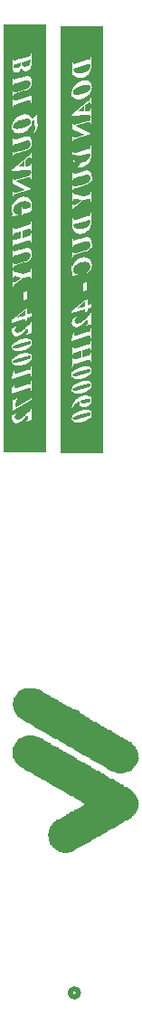
<source format=gbo>
G04*
G04 #@! TF.GenerationSoftware,Altium Limited,Altium Designer,19.0.10 (269)*
G04*
G04 Layer_Color=32896*
%FSTAX24Y24*%
%MOIN*%
G70*
G01*
G75*
%ADD14C,0.0200*%
%ADD126C,0.0030*%
G36*
X0236Y070752D02*
X022025D01*
Y0865D01*
X0236D01*
Y070752D01*
D02*
G37*
G36*
X0257Y070702D02*
X024125D01*
Y08645D01*
X0257D01*
Y070702D01*
D02*
G37*
%LPC*%
G36*
X023063Y085441D02*
D01*
X023044Y085433D01*
Y085419D01*
X023043Y08541D01*
X023041Y085391D01*
X023039Y085382D01*
X023037Y085374D01*
Y085373D01*
X023036Y085371D01*
X023033Y085368D01*
X023031Y085363D01*
X023024Y085353D01*
X023013Y085345D01*
X023012Y085344D01*
X023009Y085342D01*
X023005Y08534D01*
X022997Y085337D01*
X022989Y085333D01*
X022977Y085328D01*
X022961Y085323D01*
X022944Y085317D01*
X02251Y085193D01*
X022509D01*
X022507Y085192D01*
X022503Y085191D01*
X022499Y085189D01*
X022488Y085187D01*
X022474Y085183D01*
X022458Y08518D01*
X022444Y085177D01*
X022431Y085175D01*
X02242Y085174D01*
X022419D01*
X022417D01*
X022414Y085175D01*
X02241Y085176D01*
X022401Y085181D01*
X022395Y085184D01*
X022391Y085189D01*
X02239Y085191D01*
X022389Y085193D01*
X022386Y085197D01*
X022384Y085204D01*
X022381Y085212D01*
X022379Y085224D01*
X022376Y085239D01*
X022375Y085256D01*
X022357Y085251D01*
Y085441D01*
D01*
Y084725D01*
X023063D01*
D01*
X022504D01*
X022512Y084726D01*
X022521Y084728D01*
X022533Y08473D01*
X022546Y084735D01*
X02256Y084741D01*
X022574Y084749D01*
X022577Y08475D01*
X022581Y084753D01*
X022589Y084759D01*
X022597Y084766D01*
X022607Y084776D01*
X022618Y084788D01*
X022629Y084803D01*
X022639Y084819D01*
X02264Y084821D01*
X022641Y084823D01*
X022643Y084828D01*
X022645Y084832D01*
X022648Y084839D01*
X022651Y084845D01*
X022654Y084854D01*
X022657Y084863D01*
X022661Y084874D01*
X022665Y084885D01*
X022668Y084898D01*
X022673Y084912D01*
X022677Y084926D01*
X02268Y084942D01*
X022685Y08496D01*
Y084959D01*
X022686Y084956D01*
X022688Y08495D01*
X02269Y084944D01*
X022692Y084936D01*
X022696Y084926D01*
X022704Y084905D01*
X022715Y084882D01*
X022727Y084859D01*
X022742Y084839D01*
X022749Y084829D01*
X022757Y084821D01*
X022759Y084819D01*
X022765Y084815D01*
X022773Y084809D01*
X022785Y084801D01*
X022799Y084794D01*
X022817Y084788D01*
X022836Y084784D01*
X022856Y084782D01*
X022857D01*
X022859D01*
X022862D01*
X022865Y084783D01*
X022876Y084784D01*
X022889Y084786D01*
X022905Y084792D01*
X022924Y084798D01*
X022943Y084807D01*
X022962Y08482D01*
X022963D01*
X022965Y084822D01*
X022971Y084827D01*
X02298Y084835D01*
X022992Y084846D01*
X023004Y08486D01*
X023017Y084878D01*
X023029Y084898D01*
X023039Y084919D01*
Y084921D01*
X02304Y084923D01*
X023041Y084926D01*
X023042Y084931D01*
X023044Y084939D01*
X023047Y084948D01*
X023049Y084959D01*
X023051Y084971D01*
X023053Y084986D01*
X023055Y085003D01*
X023057Y085021D01*
X02306Y085042D01*
X023061Y085065D01*
X023062Y08509D01*
X023063Y085117D01*
Y085441D01*
D02*
G37*
G36*
X022902Y084605D02*
X022896D01*
X022887Y084604D01*
X022875Y084603D01*
X02286Y084599D01*
X022841Y084596D01*
X022819Y08459D01*
X022793Y084584D01*
X022484Y084495D01*
X022481Y084494D01*
X022477Y084493D01*
X022469Y084491D01*
X022461Y084489D01*
X02244Y084486D01*
X02243Y084483D01*
X022421D01*
X02242D01*
X022418D01*
X022415Y084484D01*
X02241Y084486D01*
X022401Y08449D01*
X022395Y084493D01*
X022391Y084499D01*
Y0845D01*
X022389Y084502D01*
X022387Y084506D01*
X022384Y084513D01*
X022382Y084522D01*
X02238Y084534D01*
X022378Y084549D01*
X022375Y084568D01*
X022357Y084562D01*
Y084157D01*
Y084211D01*
X022375Y084217D01*
Y084225D01*
X022376Y084234D01*
X022379Y084246D01*
X022381Y084258D01*
X022385Y084271D01*
X022391Y084284D01*
X022398Y084295D01*
X022399Y084296D01*
X022403Y0843D01*
X022408Y084304D01*
X022417Y084311D01*
X022429Y084318D01*
X022443Y084325D01*
X022462Y084333D01*
X022484Y08434D01*
X022793Y084429D01*
X022794D01*
X022796Y08443D01*
X022801Y084431D01*
X022806Y084432D01*
X022813Y084434D01*
X02282Y084435D01*
X022838Y08444D01*
X022857Y084444D01*
X022878Y084447D01*
X022899Y084449D01*
X022918Y084451D01*
X02292D01*
X022925Y084449D01*
X022933Y084448D01*
X022943Y084446D01*
X022955Y084442D01*
X022967Y084436D01*
X02298Y084428D01*
X022992Y084417D01*
X022993Y084416D01*
X022996Y08441D01*
X023002Y084402D01*
X023007Y084392D01*
X023014Y084378D01*
X023018Y084362D01*
X023022Y084343D01*
X023024Y084322D01*
Y084312D01*
X023022Y084302D01*
X023021Y084289D01*
X023019Y084275D01*
X023015Y084258D01*
X02301Y084243D01*
X023004Y084228D01*
X023003Y084225D01*
X022999Y084221D01*
X022995Y084213D01*
X022989Y084205D01*
X022981Y084194D01*
X022971Y084183D01*
X022959Y084172D01*
X022946Y084162D01*
X022945D01*
X022944Y084161D01*
X02294Y084159D01*
X022937Y084157D01*
X022932Y084153D01*
X022925Y08415D01*
X022919Y084146D01*
X02291Y084141D01*
X022889Y084133D01*
X022865Y084122D01*
X022837Y084112D01*
X022804Y084101D01*
X022484Y084009D01*
X022483D01*
X022479Y084008D01*
X022474Y084007D01*
X022467Y084005D01*
X022453Y084002D01*
X022438Y084001D01*
X022437D01*
X022432D01*
X022427Y084002D01*
X022419Y084005D01*
X022411Y084007D01*
X022403Y084011D01*
X022395Y084017D01*
X022387Y084024D01*
X022386Y084025D01*
X022385Y084028D01*
X022383Y084032D01*
X022381Y084039D01*
X022379Y084047D01*
X022378Y084059D01*
X022375Y084073D01*
Y084091D01*
X022357Y084086D01*
D01*
Y083437D01*
X023063D01*
D01*
X022357D01*
X022375Y083444D01*
Y083452D01*
X022376Y08346D01*
X022378Y08347D01*
X022381Y083482D01*
X022384Y083494D01*
X02239Y083506D01*
X022397Y083516D01*
X022398Y083517D01*
X022402Y08352D01*
X022407Y083525D01*
X022416Y08353D01*
X022428Y083537D01*
X022443Y083544D01*
X022462Y083551D01*
X022485Y083559D01*
X022936Y083689D01*
X022938Y08369D01*
X022944Y083691D01*
X022952Y083693D01*
X022962Y083695D01*
X022973Y083699D01*
X022983Y083701D01*
X022993Y083702D01*
X023001Y083703D01*
X023002D01*
X023004D01*
X023007Y083702D01*
X023012Y083701D01*
X023021Y083696D01*
X023026Y083693D01*
X02303Y083688D01*
X023031Y083687D01*
X023032Y083684D01*
X023034Y083679D01*
X023037Y083672D01*
X02304Y083663D01*
X023042Y083651D01*
X023043Y083635D01*
X023044Y083618D01*
X023063Y083622D01*
Y083846D01*
X023079D01*
Y08438D01*
X023078Y084392D01*
X023077Y084408D01*
X023075Y084425D01*
X023072Y084445D01*
X023067Y084465D01*
X023061Y084484D01*
X02306Y084487D01*
X023057Y084492D01*
X023053Y084501D01*
X023049Y084512D01*
X023036Y084536D01*
X023028Y084547D01*
X023019Y084557D01*
X023018Y084558D01*
X023015Y08456D01*
X023009Y084564D01*
X023003Y08457D01*
X022994Y084575D01*
X022984Y084582D01*
X022973Y084587D01*
X022961Y084593D01*
X02296D01*
X022956Y084595D01*
X022949Y084596D01*
X02294Y084598D01*
X022932Y0846D01*
X022922Y084603D01*
X022912Y084604D01*
X022902Y084605D01*
D02*
G37*
G36*
X022832Y083196D02*
X02282D01*
X022813Y083195D01*
X022802Y083194D01*
X02279Y083193D01*
X022775Y08319D01*
X02276Y083187D01*
X022743Y083184D01*
X022724Y083179D01*
X022705Y083174D01*
X022685Y083168D01*
X022664Y083161D01*
X022643Y083152D01*
X022621Y083142D01*
X022599Y08313D01*
X022598Y083129D01*
X022594Y083127D01*
X022589Y083124D01*
X02258Y083118D01*
X02257Y083112D01*
X022558Y083103D01*
X022546Y083094D01*
X022532Y083083D01*
X022517Y083071D01*
X022502Y083057D01*
X022486Y083043D01*
X02247Y083026D01*
X022455Y08301D01*
X02244Y082991D01*
X022425Y082973D01*
X022411Y082952D01*
X02241Y082951D01*
X022408Y082947D01*
X022405Y082941D01*
X022401Y082932D01*
X022395Y082923D01*
X022389Y082911D01*
X022383Y082897D01*
X022375Y082882D01*
X022369Y082866D01*
X022363Y082849D01*
X022351Y082811D01*
X022347Y082791D01*
X022344Y082772D01*
X022342Y082751D01*
X02234Y08273D01*
D01*
Y082488D01*
X023285D01*
D01*
X022592D01*
X022599Y082489D01*
X022608D01*
X022618Y08249D01*
X022629Y082491D01*
X022642Y082493D01*
X022656Y082495D01*
X022672Y082498D01*
X022703Y082507D01*
X022739Y082518D01*
X022775Y082533D01*
X022777D01*
X02278Y082536D01*
X022785Y082538D01*
X022792Y082541D01*
X022801Y082547D01*
X02281Y082552D01*
X022821Y082559D01*
X022833Y082565D01*
X02286Y082583D01*
X022888Y082605D01*
X022918Y082629D01*
X022946Y082656D01*
X022947Y082657D01*
X022949Y082659D01*
X022952Y082664D01*
X022958Y082669D01*
X022963Y082676D01*
X022971Y082684D01*
X022979Y082693D01*
X022986Y082704D01*
X023004Y082727D01*
X023021Y082753D01*
X023038Y082782D01*
X023052Y082811D01*
Y082812D01*
X023053Y082813D01*
X023054Y082817D01*
X023055Y08282D01*
X023059Y082832D01*
X023063Y082846D01*
X023067Y082864D01*
X023073Y082884D01*
X023076Y082908D01*
X023079Y082934D01*
X023162Y083026D01*
Y083024D01*
X023161Y083018D01*
X023159Y083009D01*
X023157Y082997D01*
X023156Y082984D01*
X023154Y08297D01*
X023153Y082955D01*
Y082934D01*
X023154Y082924D01*
X023155Y082909D01*
X023158Y082891D01*
X023161Y082869D01*
X023167Y082844D01*
X023174Y082814D01*
Y082813D01*
X023175Y082811D01*
X023177Y082807D01*
X023178Y0828D01*
X02318Y082794D01*
X023181Y082786D01*
X023185Y082767D01*
X02319Y082747D01*
X023193Y082725D01*
X023195Y082703D01*
X023196Y082684D01*
Y082676D01*
X023195Y082666D01*
X023194Y082653D01*
X023192Y082638D01*
X023187Y082622D01*
X023183Y082606D01*
X023177Y082588D01*
X023175Y082587D01*
X023174Y082584D01*
X023171Y082578D01*
X023168Y082571D01*
X023162Y082562D01*
X023156Y082552D01*
X023148Y082542D01*
X023138Y082531D01*
X023153Y082516D01*
X023154Y082517D01*
X023156Y082518D01*
X023159Y082521D01*
X023163Y082525D01*
X023174Y082537D01*
X023189Y082551D01*
X023204Y08257D01*
X02322Y08259D01*
X023236Y082614D01*
X02325Y082641D01*
Y082642D01*
X023251Y082644D01*
X023253Y082648D01*
X023255Y082654D01*
X023257Y08266D01*
X023261Y082669D01*
X023264Y082679D01*
X023267Y08269D01*
X023271Y082702D01*
X023274Y082716D01*
X023277Y08273D01*
X023279Y082747D01*
X023284Y08278D01*
X023285Y08282D01*
Y082849D01*
Y082831D01*
X023284Y082836D01*
Y082843D01*
X023283Y08286D01*
X02328Y082881D01*
X023277Y082905D01*
X023273Y082932D01*
X023267Y082962D01*
Y082963D01*
X023266Y082965D01*
Y08297D01*
X023265Y082975D01*
X023263Y082982D01*
X023262Y08299D01*
X023259Y083008D01*
X023256Y083029D01*
X023253Y08305D01*
X023252Y083071D01*
X023251Y083091D01*
Y083105D01*
X023252Y083115D01*
X023253Y083127D01*
X023255Y083141D01*
X023257Y083156D01*
X023261Y083172D01*
X023248Y083182D01*
X023079Y082989D01*
Y08299D01*
X023078Y082993D01*
Y082996D01*
X023077Y083D01*
X023074Y083012D01*
X023071Y083027D01*
X023065Y083044D01*
X023059Y083061D01*
X023052Y083078D01*
X023043Y083093D01*
X023042Y083095D01*
X023037Y083101D01*
X02303Y083111D01*
X023019Y083121D01*
X023007Y083134D01*
X022991Y083146D01*
X022973Y083159D01*
X022952Y08317D01*
X022951D01*
X02295Y083171D01*
X022947Y083172D01*
X022943Y083174D01*
X022931Y083178D01*
X022915Y083183D01*
X022897Y083187D01*
X022877Y083191D01*
X022855Y083195D01*
X022832Y083196D01*
D02*
G37*
G36*
X022902Y082385D02*
X022896D01*
X022887Y082384D01*
X022875Y082383D01*
X02286Y082379D01*
X022841Y082376D01*
X022819Y082371D01*
X022793Y082364D01*
X022484Y082276D01*
X022481Y082274D01*
X022477Y082273D01*
X022469Y082271D01*
X022461Y082269D01*
X02244Y082266D01*
X02243Y082263D01*
X022421D01*
X02242D01*
X022418D01*
X022415Y082265D01*
X02241Y082266D01*
X022401Y08227D01*
X022395Y082273D01*
X022391Y082279D01*
Y08228D01*
X022389Y082282D01*
X022387Y082286D01*
X022384Y082293D01*
X022382Y082302D01*
X02238Y082314D01*
X022378Y082329D01*
X022375Y082348D01*
X022357Y082342D01*
Y082385D01*
D01*
Y081774D01*
D01*
Y081626D01*
X022375Y081632D01*
Y081634D01*
X022376Y081638D01*
X022378Y081646D01*
X022379Y081655D01*
X022385Y081675D01*
X022391Y081685D01*
X022396Y081695D01*
X022397Y081696D01*
X022402Y081701D01*
X022407Y081707D01*
X022417Y081715D01*
X022429Y081724D01*
X022443Y081733D01*
X022462Y081741D01*
X022483Y081749D01*
X022507Y081756D01*
X02257Y081774D01*
D01*
X022807Y081842D01*
X022809D01*
X022814Y081844D01*
X022821Y081846D01*
X022832Y081849D01*
X022844Y081854D01*
X022859Y081859D01*
X022874Y081866D01*
X02289Y081872D01*
X022925Y08189D01*
X02296Y081909D01*
X022978Y081921D01*
X022993Y081933D01*
X023007Y081947D01*
X023019Y08196D01*
X02302Y081961D01*
X023021Y081963D01*
X023025Y081967D01*
X023029Y081973D01*
X023033Y08198D01*
X023038Y081989D01*
X023043Y081999D01*
X023049Y082011D01*
X023055Y082024D01*
X023061Y082038D01*
X023065Y082054D01*
X023069Y082071D01*
X023074Y082089D01*
X023077Y082107D01*
X023078Y082128D01*
X023079Y082149D01*
Y08216D01*
X023078Y082172D01*
X023077Y082188D01*
X023075Y082206D01*
X023072Y082225D01*
X023067Y082245D01*
X023061Y082265D01*
X02306Y082267D01*
X023057Y082272D01*
X023053Y082281D01*
X023049Y082292D01*
X023036Y082316D01*
X023028Y082327D01*
X023019Y082337D01*
X023018Y082338D01*
X023015Y08234D01*
X023009Y082344D01*
X023003Y08235D01*
X022994Y082355D01*
X022984Y082362D01*
X022973Y082367D01*
X022961Y082373D01*
X02296D01*
X022956Y082375D01*
X022949Y082376D01*
X02294Y082378D01*
X022932Y08238D01*
X022922Y082383D01*
X022912Y082384D01*
X022902Y082385D01*
D02*
G37*
G36*
X023063Y081774D02*
X023044Y081769D01*
Y081768D01*
X023043Y081765D01*
X023042Y08176D01*
X02304Y081752D01*
X023034Y081737D01*
X023025Y081719D01*
X023024Y081718D01*
X02302Y081714D01*
X023015Y081707D01*
X023006Y081698D01*
X022994Y081686D01*
X02298Y081672D01*
X022961Y081656D01*
X022938Y081636D01*
X022936Y081634D01*
X022927Y081626D01*
D01*
X02234Y081136D01*
Y081774D01*
D01*
Y081075D01*
X023063D01*
D01*
X023044D01*
X023063Y081081D01*
Y081385D01*
X023044Y081379D01*
Y081377D01*
X023043Y081372D01*
Y081365D01*
X023042Y081356D01*
X023041Y081346D01*
X02304Y081339D01*
X023039Y081332D01*
X023038Y081328D01*
Y081327D01*
X023037Y081326D01*
X023031Y081319D01*
X023027Y081315D01*
X023021Y08131D01*
X023015Y081306D01*
X023007Y081302D01*
X023006Y081301D01*
X023003Y081299D01*
X022996Y081297D01*
X022987Y081295D01*
X022977Y081293D01*
X022962Y08129D01*
X022945Y081287D01*
X022925Y081286D01*
X022836Y081282D01*
Y081501D01*
X02289Y081544D01*
X02295Y081595D01*
X022951Y081596D01*
X022954Y081597D01*
X022957Y0816D01*
X022961Y081603D01*
X022973Y08161D01*
X022985Y081616D01*
X022987Y081618D01*
X022993Y081619D01*
X023001Y081621D01*
X023009Y081622D01*
X023012D01*
X023017Y08162D01*
X023024Y081616D01*
X023028Y081613D01*
X023032Y081609D01*
Y081608D01*
X023034Y081606D01*
X023036Y081602D01*
X023038Y081598D01*
X02304Y081591D01*
X023042Y081584D01*
X023043Y081575D01*
X023044Y081564D01*
X023063D01*
Y081626D01*
X023079D01*
X023063D01*
Y081774D01*
D02*
G37*
G36*
Y081037D02*
D01*
X023044Y081033D01*
Y081023D01*
X023043Y081016D01*
X023042Y081003D01*
X023041Y080997D01*
X02304Y080992D01*
Y080991D01*
X023038Y080989D01*
X023036Y080985D01*
X023032Y080979D01*
X023028Y080973D01*
X023022Y080965D01*
X023016Y080957D01*
X023008Y08095D01*
X023007Y080949D01*
X023004Y080946D01*
X022998Y080942D01*
X022991Y080938D01*
X022981Y080932D01*
X022969Y080926D01*
X022955Y08092D01*
X022939Y080916D01*
X022426Y080768D01*
X022425Y080769D01*
X02242Y080773D01*
X022415Y080777D01*
X022408Y080784D01*
X022395Y080798D01*
X02239Y080805D01*
X022385Y080812D01*
Y080813D01*
X022384Y080815D01*
X022382Y08082D01*
X022381Y080825D01*
X022379Y080832D01*
X022378Y080842D01*
X022376Y080851D01*
X022375Y080863D01*
X022357Y080859D01*
Y081037D01*
D01*
Y080159D01*
D01*
Y080146D01*
X022375Y080152D01*
Y080154D01*
X022376Y080158D01*
X022378Y080167D01*
X02238Y080177D01*
X022383Y080188D01*
X022387Y0802D01*
X022393Y080212D01*
X022401Y080223D01*
X022402Y080224D01*
X022405Y080227D01*
X02241Y080233D01*
X022419Y080239D01*
X02243Y080246D01*
X022445Y080253D01*
X022464Y080261D01*
X022486Y080269D01*
X023071Y080437D01*
Y080453D01*
X022469Y080741D01*
X022938Y080874D01*
X022939D01*
X022943Y080875D01*
X022947Y080876D01*
X022954Y080878D01*
X022968Y080881D01*
X022982Y080882D01*
X022983D01*
X022986D01*
X022992Y080881D01*
X022998Y08088D01*
X023006Y080878D01*
X023014Y080874D01*
X023021Y08087D01*
X023028Y080863D01*
X023029Y080862D01*
X02303Y08086D01*
X023033Y080856D01*
X023036Y080849D01*
X023039Y08084D01*
X023042Y080831D01*
X023043Y080819D01*
X023044Y080804D01*
X023063Y080809D01*
Y081037D01*
D02*
G37*
G36*
X022771Y080159D02*
X02277D01*
X022769D01*
X022762D01*
D01*
X022751Y080158D01*
X022738Y080156D01*
X022721Y080154D01*
X022701Y08015D01*
X022679Y080144D01*
X022655Y080138D01*
X022629Y080128D01*
X022603Y080116D01*
X022575Y080102D01*
X022548Y080085D01*
X022521Y080064D01*
X022493Y08004D01*
X022467Y080013D01*
X022442Y079982D01*
X022441Y079981D01*
X022438Y079976D01*
X022432Y079968D01*
X022426Y079958D01*
X022418Y079945D01*
X02241Y079929D01*
X022401Y079911D01*
X022391Y079891D01*
X022382Y079869D01*
X022372Y079845D01*
X022364Y079818D01*
X022356Y079791D01*
X02235Y079762D01*
X022345Y079732D01*
X022342Y0797D01*
X02234Y079668D01*
Y080159D01*
D01*
Y079438D01*
X023079D01*
X02234D01*
X022567Y079486D01*
Y079505D01*
X022566D01*
X022562D01*
X022557Y079506D01*
X02255D01*
X022543Y079507D01*
X022534Y079508D01*
X022512Y079512D01*
X022489Y079518D01*
X022466Y079526D01*
X022444Y079536D01*
X022434Y079542D01*
X022426Y07955D01*
X022423Y079552D01*
X022419Y079557D01*
X022411Y079566D01*
X022404Y079579D01*
X022396Y079595D01*
X022389Y079614D01*
X022384Y079637D01*
X022382Y079663D01*
Y079671D01*
X022383Y079676D01*
Y079683D01*
X022385Y079691D01*
X022386Y0797D01*
X022389Y07971D01*
X022395Y079733D01*
X022405Y079758D01*
X02241Y079773D01*
X022418Y079786D01*
X022426Y0798D01*
X022436Y079814D01*
X022437Y079815D01*
X022438Y079817D01*
X022441Y079822D01*
X022445Y079826D01*
X022451Y079833D01*
X022457Y07984D01*
X022466Y079849D01*
X022476Y079858D01*
X022486Y079868D01*
X022498Y079877D01*
X022512Y079888D01*
X022526Y079899D01*
X022543Y079909D01*
X02256Y07992D01*
X022579Y079931D01*
X022598Y079941D01*
X022599Y079942D01*
X022604Y079943D01*
X022609Y079945D01*
X022617Y079949D01*
X022628Y079953D01*
X02264Y079957D01*
X022653Y079962D01*
X022668Y079967D01*
X022686Y079971D01*
X022703Y079977D01*
X022723Y079981D01*
X022743Y079985D01*
X022785Y079991D01*
X022807Y079992D01*
X02283Y079993D01*
X022831D01*
X022834D01*
X02284D01*
X022848Y079992D01*
X022856D01*
X022866Y079991D01*
X022889Y079987D01*
X022914Y079981D01*
X02294Y079973D01*
X022966Y079961D01*
X022978Y079954D01*
X022989Y079945D01*
X02299Y079944D01*
X022991Y079943D01*
X022997Y079936D01*
X023006Y079927D01*
X023016Y079912D01*
X023026Y079896D01*
X023034Y079876D01*
X023041Y079855D01*
X023042Y079842D01*
X023043Y07983D01*
Y079825D01*
X023042Y07982D01*
X023041Y079812D01*
X02304Y079802D01*
X023037Y07979D01*
X023033Y079777D01*
X023029Y079763D01*
X022842Y079709D01*
X022841D01*
X02284Y079708D01*
X022834Y079707D01*
X022827Y079705D01*
X022817Y079703D01*
X022806Y0797D01*
X022796Y079698D01*
X022786Y079696D01*
X02278D01*
X022779D01*
X022777D01*
X022773Y079697D01*
X022769Y079698D01*
X022763Y0797D01*
X022759Y079703D01*
X022754Y079707D01*
X022748Y079712D01*
X022747Y079714D01*
X022746Y079716D01*
X022744Y07972D01*
X02274Y079726D01*
X022738Y079733D01*
X022736Y079743D01*
X022735Y079755D01*
X022734Y079769D01*
X022714Y079764D01*
Y079461D01*
X022734Y079465D01*
Y07947D01*
X022735Y079475D01*
X022736Y079481D01*
X022739Y079495D01*
X022742Y079501D01*
X022745Y079508D01*
Y079509D01*
X022746Y07951D01*
X022751Y079517D01*
X022759Y079524D01*
X022771Y079532D01*
X022773Y079533D01*
X022777Y079534D01*
X022781Y079536D01*
X022789Y079539D01*
X022797Y079541D01*
X022809Y079544D01*
X022824Y079548D01*
X023033Y079609D01*
Y07961D01*
X023036Y079614D01*
X023038Y07962D01*
X023041Y079628D01*
X023044Y079638D01*
X023048Y07965D01*
X023052Y079664D01*
X023056Y07968D01*
X023061Y079697D01*
X023065Y079715D01*
X023068Y079734D01*
X023072Y079755D01*
X023077Y079798D01*
X023079Y079844D01*
Y079852D01*
X023078Y07986D01*
Y079868D01*
X023077Y079877D01*
X023076Y079887D01*
X023075Y079899D01*
X023072Y079924D01*
X023065Y079952D01*
X023057Y079979D01*
X023047Y080005D01*
Y080006D01*
X023045Y080009D01*
X023043Y080012D01*
X02304Y080016D01*
X023032Y080028D01*
X02302Y080044D01*
X023005Y080061D01*
X022987Y08008D01*
X022965Y080098D01*
X022939Y080116D01*
X022938D01*
X022936Y080118D01*
X022932Y08012D01*
X022926Y080122D01*
X02292Y080126D01*
X022911Y08013D01*
X022901Y080133D01*
X02289Y080138D01*
X022878Y080142D01*
X022865Y080145D01*
X022839Y080152D01*
X022837Y080153D01*
X022805Y080157D01*
X022771Y080159D01*
D02*
G37*
G36*
X023063Y079232D02*
D01*
X023044Y079226D01*
Y079218D01*
X023043Y07921D01*
X023042Y079199D01*
X02304Y079187D01*
X023037Y079175D01*
X023032Y079164D01*
X023026Y079154D01*
X023025Y079153D01*
X023021Y07915D01*
X023016Y079145D01*
X023007Y07914D01*
X022995Y079133D01*
X02298Y079125D01*
X022961Y079118D01*
X022949Y079113D01*
X022937Y07911D01*
X022485Y078981D01*
X022483D01*
X022478Y078979D01*
X02247Y078978D01*
X022462Y078976D01*
X022442Y078972D01*
X022431Y07897D01*
X022422D01*
X022421D01*
X022419D01*
X022415Y078971D01*
X02241Y078972D01*
X022401Y078976D01*
X022395Y07898D01*
X022391Y078984D01*
Y078986D01*
X022389Y078988D01*
X022387Y078991D01*
X022384Y078998D01*
X022382Y079006D01*
X02238Y079017D01*
X022378Y079031D01*
X022375Y079049D01*
X022357Y079044D01*
Y079232D01*
D01*
Y078283D01*
X023063D01*
D01*
X022357D01*
X022375Y078288D01*
Y078297D01*
X022376Y078306D01*
X022379Y078318D01*
X022381Y078331D01*
X022385Y078344D01*
X022391Y078356D01*
X022398Y078367D01*
X022399Y078368D01*
X022403Y078371D01*
X022408Y078376D01*
X022417Y078382D01*
X022429Y07839D01*
X022444Y078396D01*
X022463Y078404D01*
X022485Y078412D01*
X022937Y078542D01*
X022939D01*
X022945Y078544D01*
X022952Y078546D01*
X022962Y078548D01*
X022983Y078553D01*
X022993Y078554D01*
X023001Y078555D01*
X023002D01*
X023004D01*
X023007Y078554D01*
X023012Y078553D01*
X023021Y078548D01*
X023026Y078545D01*
X02303Y078541D01*
X023031Y07854D01*
X023032Y078537D01*
X023034Y078532D01*
X023037Y078525D01*
X02304Y078517D01*
X023042Y078505D01*
X023043Y078492D01*
X023044Y078475D01*
X023063Y07848D01*
Y078823D01*
X023044Y078814D01*
Y078806D01*
X023043Y078798D01*
X023042Y078787D01*
X02304Y078775D01*
X023037Y078763D01*
X023032Y078751D01*
X023026Y078741D01*
X023025Y07874D01*
X023021Y078736D01*
X023016Y078732D01*
X023007Y078727D01*
X022995Y07872D01*
X02298Y078712D01*
X022961Y078705D01*
X022949Y0787D01*
X022937Y078697D01*
X022726Y078637D01*
Y078895D01*
X022937Y078955D01*
X022939D01*
X022945Y078957D01*
X022952Y078959D01*
X022961Y078962D01*
X022983Y078966D01*
X022993Y078967D01*
X023002Y078968D01*
X023003D01*
X023005D01*
X023008Y078967D01*
X023013Y078966D01*
X023022Y078962D01*
X023028Y078958D01*
X023032Y078953D01*
Y078952D01*
X023034Y07895D01*
X023036Y078945D01*
X023038Y078939D01*
X02304Y07893D01*
X023042Y078919D01*
X023043Y078906D01*
X023044Y078889D01*
X023063Y078895D01*
Y079232D01*
D02*
G37*
G36*
X022902Y078271D02*
X022896D01*
X022887Y07827D01*
X022875Y078269D01*
X02286Y078265D01*
X022841Y078262D01*
X022819Y078257D01*
X022793Y07825D01*
X022484Y078161D01*
X022481Y07816D01*
X022477Y078159D01*
X022469Y078157D01*
X022461Y078155D01*
X02244Y078152D01*
X02243Y078149D01*
X022421D01*
X02242D01*
X022418D01*
X022415Y078151D01*
X02241Y078152D01*
X022401Y078156D01*
X022395Y078159D01*
X022391Y078165D01*
Y078166D01*
X022389Y078168D01*
X022387Y078172D01*
X022384Y078179D01*
X022382Y078188D01*
X02238Y0782D01*
X022378Y078215D01*
X022375Y078234D01*
X022357Y078228D01*
Y078271D01*
D01*
Y077512D01*
X023079D01*
X022357D01*
X022375Y077518D01*
Y07752D01*
X022376Y077524D01*
X022378Y077532D01*
X022379Y077541D01*
X022385Y077561D01*
X022391Y077571D01*
X022396Y077581D01*
X022397Y077582D01*
X022402Y077587D01*
X022407Y077593D01*
X022417Y077601D01*
X022429Y077609D01*
X022443Y077619D01*
X022462Y077627D01*
X022483Y077635D01*
X022807Y077728D01*
X022809D01*
X022814Y07773D01*
X022821Y077732D01*
X022832Y077735D01*
X022844Y07774D01*
X022859Y077745D01*
X022874Y077752D01*
X02289Y077758D01*
X022925Y077776D01*
X02296Y077795D01*
X022978Y077807D01*
X022993Y077819D01*
X023007Y077832D01*
X023019Y077846D01*
X02302Y077847D01*
X023021Y077849D01*
X023025Y077853D01*
X023029Y077859D01*
X023033Y077866D01*
X023038Y077875D01*
X023043Y077885D01*
X023049Y077897D01*
X023055Y07791D01*
X023061Y077924D01*
X023065Y07794D01*
X023069Y077957D01*
X023074Y077975D01*
X023077Y077993D01*
X023078Y078014D01*
X023079Y078035D01*
Y078046D01*
X023078Y078058D01*
X023077Y078074D01*
X023075Y078092D01*
X023072Y078111D01*
X023067Y078131D01*
X023061Y078151D01*
X02306Y078153D01*
X023057Y078158D01*
X023053Y078167D01*
X023049Y078178D01*
X023036Y078202D01*
X023028Y078213D01*
X023019Y078223D01*
X023018Y078224D01*
X023015Y078226D01*
X023009Y07823D01*
X023003Y078236D01*
X022994Y078241D01*
X022984Y078248D01*
X022973Y078253D01*
X022961Y078259D01*
X02296D01*
X022956Y078261D01*
X022949Y078262D01*
X02294Y078264D01*
X022932Y078266D01*
X022922Y078269D01*
X022912Y07827D01*
X022902Y078271D01*
D02*
G37*
G36*
X023063Y077496D02*
D01*
X023044Y07749D01*
Y077476D01*
X023043Y077467D01*
X023042Y077458D01*
X023041Y077447D01*
X023038Y077437D01*
X023034Y077427D01*
X023033Y077426D01*
X023032Y077423D01*
X02303Y077418D01*
X023026Y077414D01*
X023017Y077402D01*
X023012Y077396D01*
X023005Y077391D01*
X023004D01*
X023002Y077389D01*
X022998Y077388D01*
X022992Y077384D01*
X022983Y077381D01*
X022972Y077377D01*
X022957Y077371D01*
X022938Y077366D01*
X022751Y077319D01*
X022495Y077378D01*
X022493D01*
X022491Y077379D01*
X022488D01*
X022484Y07738D01*
X022472Y077383D01*
X022457Y077388D01*
X022442Y077393D01*
X022427Y0774D01*
X022414Y077406D01*
X022403Y077414D01*
X022402Y077415D01*
X022399Y077417D01*
X022396Y077421D01*
X022392Y077427D01*
X022387Y077436D01*
X022383Y077446D01*
X022379Y077458D01*
X022375Y077473D01*
X022357Y077467D01*
Y077496D01*
D01*
Y076837D01*
X023063D01*
D01*
X022375D01*
Y076838D01*
X022376Y076841D01*
X022378Y076847D01*
X022379Y076853D01*
X022385Y07687D01*
X02239Y076878D01*
X022395Y076886D01*
X022396Y076887D01*
X022398Y07689D01*
X022404Y076896D01*
X022414Y076903D01*
X022419Y076909D01*
X022426Y076915D01*
X022434Y076922D01*
X022443Y07693D01*
X022454Y076937D01*
X022466Y076947D01*
X022479Y076957D01*
X022495Y076968D01*
X02277Y077169D01*
X022934Y077211D01*
X022936Y077212D01*
X022942Y077213D01*
X02295Y077215D01*
X02296Y077218D01*
X02297Y077221D01*
X02298Y077224D01*
X022987Y077225D01*
X022993Y077226D01*
X022994D01*
X022996D01*
X023001Y077225D01*
X023006Y077224D01*
X023012Y077221D01*
X023018Y077219D01*
X023025Y077215D01*
X02303Y077209D01*
X023031Y077208D01*
X023032Y077206D01*
X023034Y077202D01*
X023037Y077195D01*
X02304Y077188D01*
X023042Y077177D01*
X023043Y077165D01*
X023044Y07715D01*
Y077131D01*
X023063Y077137D01*
Y077496D01*
D02*
G37*
G36*
X022884Y076675D02*
D01*
X022775Y076641D01*
Y076675D01*
D01*
Y076338D01*
X022884D01*
D01*
X022775D01*
X022884Y07637D01*
Y076675D01*
D02*
G37*
G36*
X022914Y076041D02*
D01*
X022827Y076016D01*
X022343Y075589D01*
Y076041D01*
D01*
X022343Y075011D01*
X023063D01*
D01*
X022505D01*
X022516Y075013D01*
X02253Y075015D01*
X022546Y075017D01*
X022564Y075021D01*
X022583Y075028D01*
X022603Y075035D01*
X022604D01*
X022605Y075037D01*
X022608Y075038D01*
X022613Y07504D01*
X022624Y075047D01*
X022639Y075057D01*
X022657Y07507D01*
X02268Y075088D01*
X022692Y075098D01*
X022705Y075109D01*
X02272Y075122D01*
X022734Y075135D01*
X022735Y075136D01*
X022737Y075138D01*
X02274Y075142D01*
X022746Y075147D01*
X022752Y075154D01*
X022761Y075162D01*
X022771Y075172D01*
X022782Y075185D01*
X022796Y075199D01*
X022812Y075216D01*
X022828Y075236D01*
X022848Y075256D01*
X022868Y075279D01*
X022891Y075305D01*
X022915Y075334D01*
X022943Y075366D01*
Y07522D01*
X022942Y075209D01*
X02294Y075195D01*
X022939Y07518D01*
X022936Y075164D01*
X022933Y07515D01*
X022928Y075139D01*
X022927Y075138D01*
X022925Y075135D01*
X022921Y075129D01*
X022915Y075123D01*
X022907Y075115D01*
X022897Y075108D01*
X022884Y075099D01*
X022868Y07509D01*
Y075066D01*
X023063Y075148D01*
Y075517D01*
X023077D01*
D01*
X023063D01*
Y075522D01*
X023044D01*
X023043Y07552D01*
X02304Y075517D01*
D01*
X023038Y075515D01*
X023031Y075508D01*
X023021Y075498D01*
X023009Y075485D01*
X022995Y07547D01*
X02298Y075454D01*
X022962Y075437D01*
X022944Y075418D01*
X022924Y075398D01*
X022881Y075357D01*
X022839Y075315D01*
X022795Y075276D01*
X022794Y075275D01*
X022791Y075273D01*
X022786Y075268D01*
X02278Y075263D01*
X022772Y075255D01*
X022762Y075249D01*
X022742Y075231D01*
X022719Y075213D01*
X022695Y075196D01*
X022673Y075181D01*
X022662Y075174D01*
X022652Y07517D01*
X022651D01*
X02265Y075169D01*
X022643Y075167D01*
X022633Y075163D01*
X02262Y075159D01*
X022605Y075155D01*
X022589Y075151D01*
X02257Y075149D01*
X022551Y075148D01*
X02255D01*
X022549D01*
X022544D01*
X022535Y075149D01*
X022524Y075151D01*
X022512Y075156D01*
X022499Y075161D01*
X022487Y075169D01*
X022475Y075179D01*
X022474Y07518D01*
X02247Y075184D01*
X022465Y075191D01*
X02246Y075199D01*
X022454Y075209D01*
X022449Y075222D01*
X022445Y075237D01*
X022444Y075253D01*
Y07526D01*
X022445Y075265D01*
X022446Y075272D01*
X022449Y075278D01*
X022454Y075296D01*
X022458Y075304D01*
X022464Y075315D01*
X02247Y075325D01*
X022478Y075335D01*
X022487Y075346D01*
X022498Y075357D01*
X02251Y075367D01*
X022524Y075377D01*
X022515Y075396D01*
X022514D01*
X022512Y075395D01*
X022508Y075393D01*
X022502Y075391D01*
X022497Y075389D01*
X022489Y075385D01*
X022472Y075378D01*
X022453Y075367D01*
X022433Y075355D01*
X022415Y075342D01*
X022398Y075326D01*
X022397Y075325D01*
X022396Y075323D01*
X022393Y07532D01*
X02239Y075315D01*
X022385Y07531D01*
X022381Y075303D01*
X02237Y075286D01*
X02236Y075265D01*
X022351Y075241D01*
X022345Y075215D01*
X022344Y075201D01*
X022343Y075185D01*
Y075517D01*
X022344Y075518D01*
X022827Y075665D01*
Y075584D01*
X022914Y075611D01*
Y075691D01*
X023077Y07574D01*
Y075859D01*
X022914Y075809D01*
Y076041D01*
D02*
G37*
G36*
X022877Y074934D02*
X022865D01*
X022856Y074933D01*
X022845D01*
X022833Y074932D01*
X022818Y074931D01*
X022803Y074928D01*
X022785Y074926D01*
X022767Y074923D01*
X022726Y074916D01*
X022683Y074905D01*
X022638Y074891D01*
X022637D01*
X022633Y074889D01*
X022628Y074888D01*
X022621Y074885D01*
X022613Y074881D01*
X022602Y074877D01*
X022591Y074872D01*
X022579Y074866D01*
X022551Y074853D01*
X022522Y074838D01*
X022493Y074821D01*
X022465Y074802D01*
X022464Y0748D01*
X022462Y074799D01*
X022458Y074796D01*
X022453Y074793D01*
X022441Y074782D01*
X022426Y074769D01*
X022409Y074755D01*
X022394Y074738D01*
X022379Y074721D01*
X022373Y074713D01*
X022368Y074704D01*
X022367Y074702D01*
X022363Y074697D01*
X02236Y074688D01*
X022355Y074677D01*
X02235Y074664D01*
X022347Y074649D01*
X022344Y074632D01*
X022343Y074616D01*
Y074934D01*
D01*
Y074461D01*
X023077D01*
D01*
X022562D01*
X02257Y074462D01*
X022579D01*
X022589Y074463D01*
X022601D01*
X022626Y074466D01*
X022654Y074469D01*
X022686Y074475D01*
X022719Y074482D01*
X02272D01*
X022723Y074484D01*
X022727Y074485D01*
X022734Y074487D01*
X022742Y074489D01*
X02275Y074491D01*
X02276Y074494D01*
X022771Y074498D01*
X022796Y074506D01*
X022824Y074517D01*
X022852Y074529D01*
X02288Y074544D01*
X022881D01*
X022884Y074546D01*
X022887Y074547D01*
X022892Y07455D01*
X022899Y074553D01*
X022907Y074558D01*
X022923Y074569D01*
X022943Y074581D01*
X022963Y074596D01*
X022984Y074611D01*
X023004Y074629D01*
X023005Y07463D01*
X023009Y074634D01*
X023015Y074641D01*
X023021Y074649D01*
X02303Y074659D01*
X023039Y074672D01*
X023048Y074686D01*
X023056Y074701D01*
X023057Y074703D01*
X02306Y074709D01*
X023063Y074716D01*
X023066Y074727D01*
X023071Y07474D01*
X023074Y074755D01*
X023076Y074771D01*
X023077Y074787D01*
Y074794D01*
X023076Y074803D01*
X023074Y074813D01*
X023072Y074825D01*
X023067Y074837D01*
X023061Y07485D01*
X023053Y074863D01*
X023052Y074864D01*
X023049Y074868D01*
X023042Y074874D01*
X023034Y074881D01*
X023025Y07489D01*
X023012Y074899D01*
X022996Y074908D01*
X02298Y074915D01*
X022979D01*
X022978Y074916D01*
X022971Y074919D01*
X022961Y074921D01*
X022949Y074924D01*
X022934Y074928D01*
X022916Y074931D01*
X022897Y074933D01*
X022877Y074934D01*
D02*
G37*
G36*
Y0744D02*
X022865D01*
X022856Y074399D01*
X022845D01*
X022833Y074398D01*
X022818Y074397D01*
X022803Y074395D01*
X022785Y074393D01*
X022767Y07439D01*
X022726Y074383D01*
X022683Y074372D01*
X022638Y074358D01*
X022637D01*
X022633Y074356D01*
X022628Y074355D01*
X022621Y074351D01*
X022613Y074348D01*
X022602Y074344D01*
X022591Y074338D01*
X022579Y074333D01*
X022551Y07432D01*
X022522Y074304D01*
X022493Y074288D01*
X022465Y074268D01*
X022464Y074267D01*
X022462Y074266D01*
X022458Y074263D01*
X022453Y074259D01*
X022441Y074249D01*
X022426Y074235D01*
X022409Y074221D01*
X022394Y074205D01*
X022379Y074187D01*
X022373Y07418D01*
X022368Y074171D01*
X022367Y074169D01*
X022363Y074163D01*
X02236Y074155D01*
X022355Y074144D01*
X02235Y07413D01*
X022347Y074115D01*
X022344Y074099D01*
X022343Y074082D01*
Y0744D01*
D01*
Y073927D01*
X023077D01*
D01*
X022562D01*
X02257Y073928D01*
X022579D01*
X022589Y073929D01*
X022601D01*
X022626Y073933D01*
X022654Y073936D01*
X022686Y073941D01*
X022719Y073949D01*
X02272D01*
X022723Y07395D01*
X022727Y073951D01*
X022734Y073953D01*
X022742Y073956D01*
X02275Y073958D01*
X02276Y073961D01*
X022771Y073964D01*
X022796Y073973D01*
X022824Y073984D01*
X022852Y073996D01*
X02288Y07401D01*
X022881D01*
X022884Y074012D01*
X022887Y074014D01*
X022892Y074017D01*
X022899Y07402D01*
X022907Y074024D01*
X022923Y074035D01*
X022943Y074047D01*
X022963Y074063D01*
X022984Y074078D01*
X023004Y074096D01*
X023005Y074097D01*
X023009Y074101D01*
X023015Y074108D01*
X023021Y074115D01*
X02303Y074126D01*
X023039Y074138D01*
X023048Y074152D01*
X023056Y074168D01*
X023057Y07417D01*
X02306Y074175D01*
X023063Y074183D01*
X023066Y074194D01*
X023071Y074207D01*
X023074Y074221D01*
X023076Y074238D01*
X023077Y074254D01*
Y074261D01*
X023076Y074269D01*
X023074Y074279D01*
X023072Y074291D01*
X023067Y074303D01*
X023061Y074316D01*
X023053Y074329D01*
X023052Y074331D01*
X023049Y074335D01*
X023042Y07434D01*
X023034Y074348D01*
X023025Y074357D01*
X023012Y074365D01*
X022996Y074374D01*
X02298Y074382D01*
X022979D01*
X022978Y074383D01*
X022971Y074385D01*
X022961Y074387D01*
X022949Y074391D01*
X022934Y074395D01*
X022916Y074397D01*
X022897Y074399D01*
X022877Y0744D01*
D02*
G37*
G36*
X023063Y073901D02*
D01*
X023044Y073895D01*
Y073878D01*
X023043Y073867D01*
X023041Y073842D01*
X023039Y073831D01*
X023037Y073822D01*
Y073821D01*
X023034Y073819D01*
X023033Y073815D01*
X02303Y073809D01*
X023021Y073798D01*
X02301Y073787D01*
X023009Y073786D01*
X023007Y073785D01*
X023002Y073782D01*
X022994Y073779D01*
X022984Y073774D01*
X022971Y07377D01*
X022955Y073763D01*
X022935Y073758D01*
X022584Y073655D01*
X022583D01*
X022581Y073654D01*
X022577Y073653D01*
X022571Y073651D01*
X022558Y073647D01*
X022543Y073642D01*
X022527Y073638D01*
X022514Y073633D01*
X022509Y073632D01*
X022503Y07363D01*
X022501Y073629D01*
X022499D01*
X022498D01*
X022497Y073628D01*
X022491Y073627D01*
X022483Y073626D01*
X022474D01*
X022473D01*
X022469D01*
X022466Y073627D01*
X022461Y073628D01*
X022449Y073631D01*
X022443Y073635D01*
X022438Y07364D01*
X022437Y073641D01*
X022436Y073642D01*
X022433Y073645D01*
X02243Y07365D01*
X022428Y073656D01*
X022426Y073663D01*
X022425Y07367D01*
X022423Y07368D01*
Y073691D01*
X022425Y073699D01*
Y073707D01*
X022426Y073718D01*
X022427Y073732D01*
X022407Y073736D01*
X022343Y07347D01*
Y073448D01*
X023063D01*
Y073901D01*
D02*
G37*
G36*
Y073368D02*
D01*
X023044Y073362D01*
Y073345D01*
X023043Y073334D01*
X023041Y073309D01*
X023039Y073298D01*
X023037Y073289D01*
Y073288D01*
X023034Y073286D01*
X023033Y073281D01*
X02303Y073276D01*
X023021Y073265D01*
X02301Y073254D01*
X023009Y073253D01*
X023007Y073252D01*
X023002Y073248D01*
X022994Y073245D01*
X022984Y073241D01*
X022971Y073236D01*
X022955Y07323D01*
X022935Y073224D01*
X022584Y073122D01*
X022583D01*
X022581Y073121D01*
X022577Y073119D01*
X022571Y073117D01*
X022558Y073114D01*
X022543Y073109D01*
X022527Y073104D01*
X022514Y0731D01*
X022509Y073099D01*
X022503Y073096D01*
X022501Y073095D01*
X022499D01*
X022498D01*
X022497Y073094D01*
X022491Y073093D01*
X022483Y073092D01*
X022474D01*
X022473D01*
X022469D01*
X022466Y073093D01*
X022461Y073094D01*
X022449Y073098D01*
X022443Y073102D01*
X022438Y073106D01*
X022437Y073107D01*
X022436Y073109D01*
X022433Y073112D01*
X02243Y073116D01*
X022428Y073123D01*
X022426Y073129D01*
X022425Y073137D01*
X022423Y073147D01*
Y073158D01*
X022425Y073165D01*
Y073174D01*
X022426Y073185D01*
X022427Y073198D01*
X022407Y073203D01*
X022343Y072937D01*
Y073368D01*
D01*
Y072915D01*
X023063D01*
D01*
X022343D01*
X022935Y07309D01*
X022937Y073091D01*
X022943Y073092D01*
X02295Y073094D01*
X02296Y073096D01*
X02297Y0731D01*
X02298Y073102D01*
X022987Y073103D01*
X022994Y073104D01*
X022995D01*
X022996D01*
X023002Y073103D01*
X02301Y0731D01*
X02302Y073094D01*
X023022Y073092D01*
X023027Y073088D01*
X023033Y073081D01*
X023038Y073074D01*
Y073072D01*
X023039Y073071D01*
Y073067D01*
X02304Y07306D01*
X023041Y073052D01*
X023042Y073041D01*
X023043Y073025D01*
X023044Y073006D01*
X023063Y073011D01*
Y073368D01*
D02*
G37*
G36*
X022545Y072735D02*
D01*
X022357Y07264D01*
Y072735D01*
D01*
Y072322D01*
D01*
Y072269D01*
X022381D01*
X023077Y072683D01*
D01*
X023054Y072726D01*
X022483Y072386D01*
Y072567D01*
X022484Y07258D01*
X022485Y072595D01*
X022486Y072611D01*
X022488Y072628D01*
X022492Y072643D01*
X022497Y072657D01*
X022498Y072658D01*
X022499Y072663D01*
X022503Y072668D01*
X022508Y072676D01*
X022514Y072686D01*
X022523Y072695D01*
X022533Y072705D01*
X022545Y072715D01*
Y072735D01*
D02*
G37*
G36*
X023063Y072322D02*
X023044D01*
X023043Y072319D01*
X023038Y072315D01*
X023031Y072307D01*
X023021Y072298D01*
X023009Y072284D01*
X022995Y07227D01*
X022994Y072269D01*
D01*
X02298Y072254D01*
X022962Y072236D01*
X022944Y072218D01*
X022924Y072198D01*
X022881Y072157D01*
X022839Y072115D01*
X022795Y072076D01*
X022794Y072075D01*
X022791Y072072D01*
X022786Y072068D01*
X02278Y072063D01*
X022772Y072055D01*
X022762Y072048D01*
X022742Y072031D01*
X022719Y072012D01*
X022695Y071996D01*
X022673Y071981D01*
X022662Y071974D01*
X022652Y07197D01*
X022651D01*
X02265Y071969D01*
X022643Y071966D01*
X022633Y071963D01*
X02262Y071959D01*
X022605Y071954D01*
X022589Y071951D01*
X02257Y071949D01*
X022551Y071948D01*
X02255D01*
X022549D01*
X022544D01*
X022535Y071949D01*
X022524Y071951D01*
X022512Y071955D01*
X022499Y071961D01*
X022487Y071969D01*
X022475Y071978D01*
X022474Y071979D01*
X02247Y071984D01*
X022465Y07199D01*
X02246Y071999D01*
X022454Y072009D01*
X022449Y072022D01*
X022445Y072036D01*
X022444Y072053D01*
Y072059D01*
X022445Y072065D01*
X022446Y072071D01*
X022449Y072078D01*
X022454Y072095D01*
X022458Y072104D01*
X022464Y072115D01*
X02247Y072125D01*
X022478Y072135D01*
X022487Y072146D01*
X022498Y072157D01*
X02251Y072166D01*
X022524Y072176D01*
X022515Y072196D01*
X022514D01*
X022512Y072195D01*
X022508Y072193D01*
X022502Y07219D01*
X022497Y072188D01*
X022489Y072185D01*
X022472Y072177D01*
X022453Y072166D01*
X022433Y072154D01*
X022415Y072141D01*
X022398Y072126D01*
X022397Y072125D01*
X022396Y072123D01*
X022393Y072119D01*
X02239Y072115D01*
X022385Y07211D01*
X022381Y072103D01*
X02237Y072085D01*
X02236Y072065D01*
X022351Y072041D01*
X022345Y072014D01*
X022344Y072D01*
X022343Y071985D01*
Y072322D01*
D01*
Y071811D01*
X023063D01*
D01*
X022505D01*
X022516Y071812D01*
X02253Y071814D01*
X022546Y071817D01*
X022564Y071821D01*
X022583Y071828D01*
X022603Y071835D01*
X022604D01*
X022605Y071836D01*
X022608Y071837D01*
X022613Y07184D01*
X022624Y071847D01*
X022639Y071857D01*
X022657Y07187D01*
X02268Y071888D01*
X022692Y071897D01*
X022705Y071908D01*
X02272Y071922D01*
X022734Y071935D01*
X022735Y071936D01*
X022737Y071938D01*
X02274Y071941D01*
X022746Y071947D01*
X022752Y071953D01*
X022761Y071962D01*
X022771Y071972D01*
X022782Y071985D01*
X022796Y071999D01*
X022812Y072016D01*
X022828Y072035D01*
X022848Y072056D01*
X022868Y072079D01*
X022891Y072105D01*
X022915Y072134D01*
X022943Y072165D01*
Y07202D01*
X022942Y072009D01*
X02294Y071995D01*
X022939Y071979D01*
X022936Y071964D01*
X022933Y07195D01*
X022928Y071939D01*
X022927Y071938D01*
X022925Y071935D01*
X022921Y071929D01*
X022915Y071923D01*
X022907Y071915D01*
X022897Y071907D01*
X022884Y071899D01*
X022868Y07189D01*
Y071866D01*
X023063Y071948D01*
Y072269D01*
X023077D01*
D01*
X023063D01*
Y072322D01*
D02*
G37*
%LPD*%
G36*
X023024Y085142D02*
X023022Y085135D01*
X023021Y085125D01*
X02302Y085115D01*
X023016Y08509D01*
X023008Y085064D01*
X023003Y085051D01*
X022996Y085038D01*
X022989Y085026D01*
X02298Y085013D01*
X02297Y085003D01*
X022959Y084994D01*
X022958Y084993D01*
X022956Y084992D01*
X022952Y084989D01*
X022948Y084986D01*
X022942Y084983D01*
X022935Y08498D01*
X022918Y084971D01*
X022897Y084962D01*
X022873Y084956D01*
X022848Y08495D01*
X02282Y084948D01*
X022819D01*
X022814D01*
X022807Y084949D01*
X022798Y08495D01*
X022789Y084952D01*
X022779Y084956D01*
X022768Y08496D01*
X022757Y084966D01*
X022756Y084968D01*
X022752Y08497D01*
X022748Y084973D01*
X022742Y084979D01*
X022735Y084985D01*
X02273Y084993D01*
X022723Y085001D01*
X022719Y085011D01*
Y085012D01*
X022716Y085017D01*
X022715Y085023D01*
X022713Y085032D01*
X022711Y085045D01*
X02271Y08506D01*
X022708Y085079D01*
Y085102D01*
X023024Y085192D01*
Y085142D01*
D02*
G37*
G36*
X022668Y085079D02*
X022667Y085067D01*
X022666Y085051D01*
X022663Y085033D01*
X02266Y085015D01*
X022654Y084997D01*
X022648Y084981D01*
X022646Y084979D01*
X022643Y084974D01*
X022638Y084966D01*
X02263Y084958D01*
X022621Y084947D01*
X022609Y084936D01*
X022594Y084926D01*
X022578Y084916D01*
X022577D01*
X022575Y084915D01*
X022569Y084912D01*
X02256Y084909D01*
X022548Y084903D01*
X022534Y084899D01*
X022519Y084895D01*
X022502Y084892D01*
X022486Y084891D01*
X022484D01*
X022479D01*
X022472Y084892D01*
X022463Y084894D01*
X022452Y084898D01*
X022441Y084902D01*
X02243Y084909D01*
X02242Y084917D01*
X022419Y084918D01*
X022416Y084922D01*
X022411Y084927D01*
X022407Y084935D01*
X022403Y084945D01*
X022398Y084956D01*
X022396Y084969D01*
X022395Y084984D01*
X022396Y085012D01*
X022668Y085091D01*
Y085079D01*
D02*
G37*
G36*
X022358Y084918D02*
X022359Y084897D01*
X022361Y084875D01*
X022364Y084854D01*
X022366Y084844D01*
X022368Y084836D01*
Y084835D01*
X022369Y084834D01*
X02237Y084828D01*
X022373Y084818D01*
X022379Y084807D01*
X022385Y084794D01*
X022393Y08478D01*
X022404Y084766D01*
X022416Y084754D01*
X022417Y084753D01*
X022422Y08475D01*
X02243Y084745D01*
X02244Y084739D01*
X022452Y084735D01*
X022466Y084729D01*
X022481Y084726D01*
X022498Y084725D01*
X022357D01*
Y084939D01*
X022358Y084918D01*
D02*
G37*
G36*
X023079Y083846D02*
X023063D01*
Y08397D01*
X023044Y083964D01*
Y083955D01*
X023043Y083947D01*
X023042Y083936D01*
X02304Y083923D01*
X023036Y083911D01*
X023031Y083899D01*
X023025Y083889D01*
X023024Y083888D01*
X02302Y083884D01*
X023015Y08388D01*
X023006Y083873D01*
X022994Y083867D01*
X022979Y083859D01*
X02296Y083852D01*
X022948Y083847D01*
X022936Y083844D01*
X022485Y083715D01*
X022483Y083714D01*
X022478Y083713D01*
X02247Y083711D01*
X022461Y083708D01*
X02244Y083705D01*
X02243Y083703D01*
X022421D01*
X02242D01*
X022418D01*
X022415Y083704D01*
X02241Y083705D01*
X022401Y083708D01*
X022395Y083713D01*
X022391Y083717D01*
Y083718D01*
X022389Y08372D01*
X022387Y083725D01*
X022384Y083731D01*
X022382Y08374D01*
X02238Y083752D01*
X022378Y083769D01*
X022375Y083787D01*
X022357Y083782D01*
Y083846D01*
D01*
X022375Y083852D01*
Y083854D01*
X022376Y083858D01*
X022378Y083866D01*
X022379Y083875D01*
X022385Y083895D01*
X022391Y083905D01*
X022396Y083915D01*
X022397Y083916D01*
X022402Y08392D01*
X022407Y083927D01*
X022417Y083935D01*
X022429Y083943D01*
X022443Y083953D01*
X022462Y083961D01*
X022483Y083969D01*
X022807Y084061D01*
X022809D01*
X022814Y084064D01*
X022821Y084066D01*
X022832Y084069D01*
X022844Y084073D01*
X022859Y084079D01*
X022874Y084086D01*
X02289Y084092D01*
X022925Y08411D01*
X02296Y084129D01*
X022978Y084141D01*
X022993Y084153D01*
X023007Y084166D01*
X023019Y08418D01*
X02302Y084181D01*
X023021Y084183D01*
X023025Y084187D01*
X023029Y084193D01*
X023033Y0842D01*
X023038Y084209D01*
X023043Y084219D01*
X023049Y084231D01*
X023055Y084244D01*
X023061Y084258D01*
X023065Y084274D01*
X023069Y084291D01*
X023074Y084308D01*
X023077Y084327D01*
X023078Y084348D01*
X023079Y084369D01*
Y083846D01*
D02*
G37*
G36*
X022932Y083029D02*
X022946Y083026D01*
X022961Y083023D01*
X022978Y083018D01*
X022993Y083011D01*
X023006Y083002D01*
X023007Y083001D01*
X02301Y082997D01*
X023016Y082991D01*
X023021Y082983D01*
X023028Y082973D01*
X023032Y082961D01*
X023037Y082947D01*
X023038Y082931D01*
Y082926D01*
X023037Y082921D01*
X023036Y082912D01*
X023033Y082897D01*
X023029Y082882D01*
X023022Y082866D01*
X023013Y082849D01*
X023001Y082834D01*
X022999Y082833D01*
X022997Y082831D01*
X022993Y082826D01*
X022986Y082821D01*
X022979Y082814D01*
X022969Y082806D01*
X022958Y082797D01*
X022945Y082788D01*
X02293Y082777D01*
X022913Y082767D01*
X022895Y082756D01*
X022875Y082746D01*
X022853Y082735D01*
X02283Y082724D01*
X022805Y082714D01*
X022779Y082704D01*
X022777Y082703D01*
X022772Y082702D01*
X022765Y0827D01*
X022754Y082696D01*
X022742Y082692D01*
X022726Y082688D01*
X02271Y082683D01*
X022691Y082679D01*
X022672Y082674D01*
X022651Y08267D01*
X022607Y082661D01*
X022561Y082656D01*
X022539Y082654D01*
X022517D01*
X022516D01*
X022514D01*
X022511D01*
X022505D01*
X022493Y082655D01*
X022478Y082657D01*
X022461Y08266D01*
X022444Y082666D01*
X022428Y082672D01*
X022415Y082681D01*
X022414Y082682D01*
X022409Y082685D01*
X022404Y082692D01*
X022398Y0827D01*
X022392Y082709D01*
X022387Y08272D01*
X022383Y082733D01*
X022382Y082748D01*
Y082754D01*
X022383Y082762D01*
X022384Y082772D01*
X022385Y082783D01*
X022389Y082795D01*
X022392Y082806D01*
X022397Y082818D01*
X022398Y082819D01*
X022401Y082822D01*
X022404Y082829D01*
X022409Y082836D01*
X022416Y082845D01*
X022425Y082855D01*
X022436Y082866D01*
X022448Y082878D01*
X022449Y082879D01*
X022454Y082883D01*
X022462Y082889D01*
X022473Y082897D01*
X022487Y082906D01*
X022504Y082917D01*
X022524Y082929D01*
X022547Y082941D01*
X022548D01*
X02255Y082942D01*
X022554Y082944D01*
X022559Y082947D01*
X022566Y08295D01*
X022573Y082953D01*
X022583Y082956D01*
X022593Y082961D01*
X022605Y082965D01*
X022618Y082971D01*
X022632Y082975D01*
X022649Y08298D01*
X022665Y082986D01*
X022684Y082991D01*
X022702Y082997D01*
X022723Y083002D01*
X022724D01*
X022727Y083003D01*
X022734Y083005D01*
X022742Y083007D01*
X022751Y083009D01*
X022762Y083011D01*
X022774Y083013D01*
X022789Y083015D01*
X022818Y083021D01*
X022849Y083025D01*
X02288Y083029D01*
X02291Y08303D01*
X022911D01*
X022913D01*
X022916D01*
X02292D01*
X022932Y083029D01*
D02*
G37*
G36*
X022343Y082707D02*
X022345Y082691D01*
X022348Y082673D01*
X022355Y082653D01*
X022362Y082632D01*
X022373Y08261D01*
Y082609D01*
X022374Y082608D01*
X022376Y082605D01*
X022379Y0826D01*
X022386Y08259D01*
X022396Y082577D01*
X022409Y082563D01*
X022425Y082548D01*
X022442Y082533D01*
X022463Y08252D01*
X022464D01*
X022465Y082519D01*
X022468Y082517D01*
X022473Y082515D01*
X022485Y082509D01*
X0225Y082504D01*
X022517Y082497D01*
X022538Y082493D01*
X02256Y082489D01*
X022583Y082488D01*
X02234D01*
Y082719D01*
X022343Y082707D01*
D02*
G37*
G36*
X022925Y08223D02*
X022933Y082229D01*
X022943Y082226D01*
X022955Y082222D01*
X022967Y082216D01*
X02298Y082208D01*
X022992Y082197D01*
X022993Y082196D01*
X022996Y08219D01*
X023002Y082183D01*
X023007Y082172D01*
X023014Y082159D01*
X023018Y082142D01*
X023022Y082124D01*
X023024Y082102D01*
Y082092D01*
X023022Y082082D01*
X023021Y082069D01*
X023019Y082055D01*
X023015Y082038D01*
X02301Y082023D01*
X023004Y082008D01*
X023003Y082006D01*
X022999Y082001D01*
X022995Y081994D01*
X022989Y081985D01*
X022981Y081974D01*
X022971Y081963D01*
X022959Y081952D01*
X022946Y081942D01*
X022945D01*
X022944Y081941D01*
X02294Y081939D01*
X022937Y081937D01*
X022932Y081933D01*
X022925Y08193D01*
X022919Y081926D01*
X02291Y081921D01*
X022889Y081913D01*
X022865Y081902D01*
X022837Y081892D01*
X022804Y081881D01*
X022484Y081789D01*
X022483D01*
X022479Y081788D01*
X022474Y081787D01*
X022467Y081785D01*
X022453Y081783D01*
X022438Y081781D01*
X022437D01*
X022432D01*
X022427Y081783D01*
X022419Y081785D01*
X022411Y081787D01*
X022403Y081791D01*
X022395Y081797D01*
X022387Y081804D01*
X022386Y081806D01*
X022385Y081808D01*
X022383Y081812D01*
X022381Y081819D01*
X022379Y081827D01*
X022378Y081839D01*
X022375Y081854D01*
Y081871D01*
X022357Y081866D01*
Y081991D01*
X022375Y081997D01*
Y082006D01*
X022376Y082014D01*
X022379Y082026D01*
X022381Y082038D01*
X022385Y082051D01*
X022391Y082065D01*
X022398Y082075D01*
X022399Y082077D01*
X022403Y08208D01*
X022408Y082084D01*
X022417Y082091D01*
X022429Y082098D01*
X022443Y082105D01*
X022462Y082113D01*
X022484Y08212D01*
X022793Y082209D01*
X022794D01*
X022796Y08221D01*
X022801Y082211D01*
X022806Y082212D01*
X022813Y082214D01*
X02282Y082215D01*
X022838Y08222D01*
X022857Y082224D01*
X022878Y082227D01*
X022899Y08223D01*
X022918Y082231D01*
X02292D01*
X022925Y08223D01*
D02*
G37*
G36*
X022793Y081282D02*
X022562Y081269D01*
X022793Y081465D01*
Y081282D01*
D02*
G37*
G36*
X022986Y081136D02*
X022994Y081134D01*
X023012Y08113D01*
X02302Y081127D01*
X023027Y081122D01*
X023028Y081121D01*
X023029Y081119D01*
X023032Y081116D01*
X023034Y081111D01*
X023038Y081105D01*
X023041Y081096D01*
X023043Y081086D01*
X023044Y081075D01*
X02234D01*
Y081113D01*
X02292Y081136D01*
X022922D01*
X022927D01*
X022934D01*
X022944D01*
X022952Y081137D01*
X022961D01*
X022969D01*
X022974D01*
X022975D01*
X02298D01*
X022986Y081136D01*
D02*
G37*
G36*
X022829Y080408D02*
X022486Y080309D01*
X022485D01*
X022481Y080308D01*
X022476Y080307D01*
X022468Y080305D01*
X022453Y080303D01*
X022436Y080302D01*
X022434D01*
X022431D01*
X022427Y080303D01*
X02242Y080304D01*
X022414Y080306D01*
X022407Y080308D01*
X022401Y080312D01*
X022394Y080318D01*
X022393Y080319D01*
X022392Y080321D01*
X022389Y080326D01*
X022386Y080331D01*
X022383Y080339D01*
X02238Y080349D01*
X022378Y080359D01*
X022375Y080374D01*
X022357Y080368D01*
Y080628D01*
X022829Y080408D01*
D02*
G37*
G36*
X022342Y07964D02*
Y07963D01*
X022344Y079611D01*
Y07961D01*
X022345Y079606D01*
Y079602D01*
X022347Y079594D01*
X022349Y079586D01*
X022351Y079574D01*
X022355Y079559D01*
X022359Y079543D01*
Y079542D01*
X02236Y079538D01*
X022361Y079532D01*
X022362Y079526D01*
X022366Y079511D01*
X022367Y079506D01*
Y079496D01*
X022366Y079492D01*
X022363Y079486D01*
X02236Y07948D01*
X022356Y079472D01*
X022349Y079464D01*
X02234Y079457D01*
Y079649D01*
X022342Y07964D01*
D02*
G37*
G36*
X022683Y078625D02*
X022485Y078568D01*
X022483D01*
X022478Y078566D01*
X02247Y078565D01*
X022462Y078563D01*
X022441Y078559D01*
X022431Y078557D01*
X022422D01*
X022421D01*
X022419D01*
X022415Y078558D01*
X02241Y078559D01*
X022401Y078563D01*
X022395Y078567D01*
X022391Y078571D01*
Y078572D01*
X022389Y078575D01*
X022387Y078578D01*
X022384Y078584D01*
X022382Y078593D01*
X02238Y078605D01*
X022378Y078619D01*
X022375Y078638D01*
X022357Y078633D01*
Y0787D01*
X022375Y078708D01*
Y078716D01*
X022376Y078724D01*
X022378Y078735D01*
X022381Y078747D01*
X022384Y078759D01*
X02239Y07877D01*
X022396Y078781D01*
X022397Y078782D01*
X022401Y078786D01*
X022406Y07879D01*
X022415Y078795D01*
X022427Y078802D01*
X022442Y07881D01*
X022462Y078817D01*
X022473Y078822D01*
X022485Y078825D01*
X022683Y078883D01*
Y078625D01*
D02*
G37*
G36*
X022925Y078116D02*
X022933Y078114D01*
X022943Y078112D01*
X022955Y078108D01*
X022967Y078102D01*
X02298Y078094D01*
X022992Y078083D01*
X022993Y078082D01*
X022996Y078076D01*
X023002Y078069D01*
X023007Y078058D01*
X023014Y078045D01*
X023018Y078028D01*
X023022Y07801D01*
X023024Y077988D01*
Y077978D01*
X023022Y077968D01*
X023021Y077955D01*
X023019Y077941D01*
X023015Y077924D01*
X02301Y077909D01*
X023004Y077894D01*
X023003Y077891D01*
X022999Y077887D01*
X022995Y077879D01*
X022989Y077871D01*
X022981Y07786D01*
X022971Y077849D01*
X022959Y077838D01*
X022946Y077828D01*
X022945D01*
X022944Y077827D01*
X02294Y077825D01*
X022937Y077823D01*
X022932Y077819D01*
X022925Y077816D01*
X022919Y077812D01*
X02291Y077807D01*
X022889Y077799D01*
X022865Y077788D01*
X022837Y077778D01*
X022804Y077767D01*
X022484Y077675D01*
X022483D01*
X022479Y077674D01*
X022474Y077673D01*
X022467Y077671D01*
X022453Y077669D01*
X022438Y077667D01*
X022437D01*
X022432D01*
X022427Y077669D01*
X022419Y077671D01*
X022411Y077673D01*
X022403Y077677D01*
X022395Y077683D01*
X022387Y07769D01*
X022386Y077691D01*
X022385Y077694D01*
X022383Y077698D01*
X022381Y077705D01*
X022379Y077713D01*
X022378Y077725D01*
X022375Y07774D01*
Y077757D01*
X022357Y077752D01*
Y077877D01*
X022375Y077883D01*
Y077891D01*
X022376Y0779D01*
X022379Y077912D01*
X022381Y077924D01*
X022385Y077937D01*
X022391Y077951D01*
X022398Y077961D01*
X022399Y077963D01*
X022403Y077966D01*
X022408Y07797D01*
X022417Y077977D01*
X022429Y077984D01*
X022443Y077991D01*
X022462Y077999D01*
X022484Y078006D01*
X022793Y078095D01*
X022794D01*
X022796Y078096D01*
X022801Y078097D01*
X022806Y078098D01*
X022813Y0781D01*
X02282Y078101D01*
X022838Y078106D01*
X022857Y07811D01*
X022878Y078113D01*
X022899Y078116D01*
X022918Y078117D01*
X02292D01*
X022925Y078116D01*
D02*
G37*
G36*
X022452Y077229D02*
X022458D01*
X022466Y077228D01*
X022477Y077226D01*
X022489Y077224D01*
X022504Y07722D01*
X022711Y077174D01*
X022556Y07706D01*
X022555D01*
X022554Y077058D01*
X02255Y077055D01*
X022546Y077053D01*
X022535Y077046D01*
X022522Y077037D01*
X022508Y077027D01*
X022493Y077018D01*
X022481Y077011D01*
X02247Y077005D01*
X022469D01*
X022466Y077003D01*
X022462Y077002D01*
X022455Y077D01*
X022441Y076996D01*
X022427Y076994D01*
X022426D01*
X022423D01*
X02242Y076995D01*
X022416Y076996D01*
X022405Y077D01*
X022399Y077004D01*
X022394Y077008D01*
X022393Y077009D01*
X022392Y077011D01*
X02239Y077015D01*
X022386Y077019D01*
X022383Y077026D01*
X02238Y077033D01*
X022378Y077043D01*
X022375Y077054D01*
X022357Y077048D01*
Y077129D01*
X022375Y077135D01*
Y077143D01*
X022376Y077152D01*
X022378Y077162D01*
X022381Y077174D01*
X022384Y077186D01*
X02239Y077197D01*
X022396Y077207D01*
X022397Y077208D01*
X022399Y077211D01*
X022404Y077215D01*
X022409Y077218D01*
X022417Y077223D01*
X022425Y077227D01*
X022434Y077229D01*
X022444Y07723D01*
X022445D01*
X022448D01*
X022452Y077229D01*
D02*
G37*
G36*
X022827Y075784D02*
X022514Y07569D01*
X022827Y075966D01*
Y075784D01*
D02*
G37*
G36*
X022344Y075172D02*
Y075167D01*
X022345Y075159D01*
X022348Y075142D01*
X022354Y075122D01*
X022362Y075101D01*
X022374Y07508D01*
X022381Y07507D01*
X02239Y075061D01*
Y07506D01*
X022392Y075058D01*
X022397Y075053D01*
X022407Y075045D01*
X02242Y075035D01*
X022436Y075027D01*
X022454Y075019D01*
X022475Y075014D01*
X022486Y075011D01*
X022343D01*
X022343Y075178D01*
X022344Y075172D01*
D02*
G37*
G36*
X022997Y074828D02*
X023004Y074827D01*
X023017Y074823D01*
X023024Y07482D01*
X023029Y074816D01*
X02303Y074815D01*
X023031Y074814D01*
X023033Y07481D01*
X023036Y074806D01*
X023041Y074795D01*
X023042Y074788D01*
X023043Y074782D01*
Y074779D01*
X023042Y074774D01*
Y074769D01*
X023039Y074758D01*
X023032Y074747D01*
X023031Y074746D01*
X023028Y074743D01*
X023022Y074737D01*
X023014Y074731D01*
X023003Y074723D01*
X02299Y074715D01*
X022973Y074708D01*
X022954Y074701D01*
X022952D01*
X022947Y074699D01*
X02294Y074697D01*
X02293Y074693D01*
X022916Y074689D01*
X0229Y074684D01*
X022881Y074678D01*
X02286Y074672D01*
X022836Y074664D01*
X022808Y074655D01*
X022779Y074646D01*
X022747Y074637D01*
X022712Y074627D01*
X022675Y074616D01*
X022636Y074605D01*
X022594Y074593D01*
X022593D01*
X02259Y074592D01*
X022584Y07459D01*
X022578Y074588D01*
X022569Y074586D01*
X022559Y074583D01*
X022548Y074581D01*
X022536Y074578D01*
X02251Y074573D01*
X022484Y074568D01*
X022457Y074564D01*
X022434Y074563D01*
X022433D01*
X02243D01*
X022426Y074564D01*
X022419Y074565D01*
X022406Y074569D01*
X022399Y074573D01*
X022393Y074578D01*
X022392Y074579D01*
X022391Y07458D01*
X022389Y074583D01*
X022385Y074587D01*
X02238Y074598D01*
X022379Y074604D01*
X022378Y074611D01*
Y074614D01*
X022379Y07462D01*
X02238Y074629D01*
X022384Y074639D01*
X022385Y074641D01*
X02239Y074646D01*
X022396Y074654D01*
X022402Y074658D01*
X022408Y074664D01*
X022409Y074665D01*
X022411Y074666D01*
X022417Y074669D01*
X022425Y074673D01*
X022436Y074678D01*
X022449Y074684D01*
X022465Y07469D01*
X022486Y074697D01*
X022487D01*
X022491Y074699D01*
X022497Y0747D01*
X022505Y074703D01*
X022515Y074706D01*
X022528Y074711D01*
X022543Y074715D01*
X022559Y074721D01*
X022578Y074726D01*
X022598Y074733D01*
X022619Y074739D01*
X022643Y074747D01*
X022668Y074755D01*
X022695Y074762D01*
X022722Y07477D01*
X02275Y074779D01*
X022751D01*
X022756Y07478D01*
X022761Y074782D01*
X02277Y074784D01*
X022779Y074786D01*
X02279Y07479D01*
X022815Y074796D01*
X022841Y074804D01*
X022866Y07481D01*
X022877Y074813D01*
X022888Y074816D01*
X022897Y074818D01*
X022904Y074819D01*
X022907D01*
X022912Y07482D01*
X022922Y074822D01*
X022933Y074823D01*
X022946Y074826D01*
X02296Y074828D01*
X022974Y074829D01*
X022989D01*
X02299D01*
X022993D01*
X022997Y074828D01*
D02*
G37*
G36*
X022344Y074597D02*
X022346Y074585D01*
X02235Y074572D01*
X022355Y074558D01*
X022362Y074544D01*
X022372Y074529D01*
X022373Y074528D01*
X022378Y074524D01*
X022384Y074517D01*
X022393Y07451D01*
X022404Y074501D01*
X022418Y074492D01*
X022433Y074484D01*
X022451Y074477D01*
X022453Y074476D01*
X02246Y074475D01*
X022469Y074471D01*
X022481Y074468D01*
X022496Y074466D01*
X022512Y074463D01*
X022531Y074462D01*
X022548Y074461D01*
X022343D01*
Y074607D01*
X022344Y074597D01*
D02*
G37*
G36*
X022997Y074294D02*
X023004Y074293D01*
X023017Y07429D01*
X023024Y074287D01*
X023029Y074282D01*
X02303Y074281D01*
X023031Y07428D01*
X023033Y074277D01*
X023036Y074273D01*
X023041Y074262D01*
X023042Y074255D01*
X023043Y074249D01*
Y074245D01*
X023042Y074241D01*
Y074235D01*
X023039Y074224D01*
X023032Y074214D01*
X023031Y074212D01*
X023028Y074209D01*
X023022Y074204D01*
X023014Y074197D01*
X023003Y07419D01*
X02299Y074182D01*
X022973Y074174D01*
X022954Y074168D01*
X022952D01*
X022947Y074165D01*
X02294Y074163D01*
X02293Y07416D01*
X022916Y074156D01*
X0229Y07415D01*
X022881Y074145D01*
X02286Y074138D01*
X022836Y07413D01*
X022808Y074122D01*
X022779Y074113D01*
X022747Y074103D01*
X022712Y074093D01*
X022675Y074082D01*
X022636Y074071D01*
X022594Y074059D01*
X022593D01*
X02259Y074058D01*
X022584Y074056D01*
X022578Y074055D01*
X022569Y074053D01*
X022559Y07405D01*
X022548Y074047D01*
X022536Y074044D01*
X02251Y07404D01*
X022484Y074034D01*
X022457Y074031D01*
X022434Y07403D01*
X022433D01*
X02243D01*
X022426Y074031D01*
X022419Y074032D01*
X022406Y074035D01*
X022399Y07404D01*
X022393Y074044D01*
X022392Y074045D01*
X022391Y074046D01*
X022389Y07405D01*
X022385Y074054D01*
X02238Y074065D01*
X022379Y07407D01*
X022378Y074078D01*
Y07408D01*
X022379Y074087D01*
X02238Y074096D01*
X022384Y074105D01*
X022385Y074108D01*
X02239Y074113D01*
X022396Y074121D01*
X022402Y074125D01*
X022408Y07413D01*
X022409Y074132D01*
X022411Y074133D01*
X022417Y074136D01*
X022425Y074139D01*
X022436Y074145D01*
X022449Y07415D01*
X022465Y074157D01*
X022486Y074163D01*
X022487D01*
X022491Y074165D01*
X022497Y074167D01*
X022505Y07417D01*
X022515Y074173D01*
X022528Y074177D01*
X022543Y074182D01*
X022559Y074187D01*
X022578Y074193D01*
X022598Y074199D01*
X022619Y074206D01*
X022643Y074214D01*
X022668Y074221D01*
X022695Y074229D01*
X022722Y074236D01*
X02275Y074245D01*
X022751D01*
X022756Y074246D01*
X022761Y074249D01*
X02277Y074251D01*
X022779Y074253D01*
X02279Y074256D01*
X022815Y074263D01*
X022841Y07427D01*
X022866Y074277D01*
X022877Y074279D01*
X022888Y074282D01*
X022897Y074285D01*
X022904Y074286D01*
X022907D01*
X022912Y074287D01*
X022922Y074289D01*
X022933Y07429D01*
X022946Y074292D01*
X02296Y074294D01*
X022974Y074296D01*
X022989D01*
X02299D01*
X022993D01*
X022997Y074294D01*
D02*
G37*
G36*
X022344Y074064D02*
X022346Y074052D01*
X02235Y074039D01*
X022355Y074024D01*
X022362Y07401D01*
X022372Y073996D01*
X022373Y073995D01*
X022378Y073991D01*
X022384Y073984D01*
X022393Y073976D01*
X022404Y073968D01*
X022418Y073959D01*
X022433Y07395D01*
X022451Y073944D01*
X022453Y073942D01*
X02246Y073941D01*
X022469Y073938D01*
X022481Y073935D01*
X022496Y073933D01*
X022512Y073929D01*
X022531Y073928D01*
X022548Y073927D01*
X022343D01*
Y074074D01*
X022344Y074064D01*
D02*
G37*
G36*
X023002Y073636D02*
X02301Y073633D01*
X02302Y073628D01*
X023022Y073626D01*
X023027Y073621D01*
X023033Y073615D01*
X023038Y073607D01*
Y073606D01*
X023039Y073605D01*
Y0736D01*
X02304Y073594D01*
X023041Y073585D01*
X023042Y073574D01*
X023043Y073559D01*
X023044Y073539D01*
X023063Y073545D01*
Y073448D01*
X022343D01*
X022935Y073623D01*
X022937Y073624D01*
X022943Y073626D01*
X02295Y073628D01*
X02296Y07363D01*
X02297Y073633D01*
X02298Y073635D01*
X022987Y073636D01*
X022994Y073638D01*
X022995D01*
X022996D01*
X023002Y073636D01*
D02*
G37*
G36*
X022344Y071972D02*
Y071966D01*
X022345Y071959D01*
X022348Y071941D01*
X022354Y071922D01*
X022362Y071901D01*
X022374Y07188D01*
X022381Y07187D01*
X02239Y07186D01*
Y071859D01*
X022392Y071858D01*
X022397Y071853D01*
X022407Y071845D01*
X02242Y071835D01*
X022436Y071826D01*
X022454Y071819D01*
X022475Y071813D01*
X022486Y071811D01*
X022343D01*
Y071977D01*
X022344Y071972D01*
D02*
G37*
%LPC*%
G36*
X025267Y085314D02*
X025249Y085309D01*
Y0853D01*
X025248Y085291D01*
X025247Y08528D01*
X025243Y085268D01*
X02524Y085255D01*
X025234Y085243D01*
X025228Y085232D01*
X025227Y085231D01*
X025224Y085228D01*
X025218Y085224D01*
X02521Y085217D01*
X0252Y08521D01*
X025185Y085203D01*
X025169Y085195D01*
X025148Y085189D01*
X024703Y085062D01*
X024701Y085061D01*
X024696Y08506D01*
X024688Y085057D01*
X024678Y085055D01*
X024666Y085053D01*
X024654Y085051D01*
X024642Y085049D01*
X024631D01*
X02463D01*
X024627D01*
X024622Y08505D01*
X024618Y085051D01*
X024606Y085055D01*
X024601Y085059D01*
X024596Y085064D01*
X024595Y085065D01*
X024594Y085067D01*
X024592Y085072D01*
X02459Y085078D01*
X024586Y085088D01*
X024584Y085101D01*
X024582Y085118D01*
X02458Y085138D01*
X024561Y085132D01*
Y085314D01*
X025267D01*
X024561D01*
Y08453D01*
D01*
Y084872D01*
X024562Y084859D01*
X024563Y084843D01*
X024566Y084826D01*
X024568Y084805D01*
X024571Y084784D01*
X024575Y084761D01*
X02458Y084739D01*
X024586Y084716D01*
X024594Y084694D01*
X024603Y084672D01*
X024614Y084651D01*
X024625Y084631D01*
X024639Y084615D01*
X02464Y084614D01*
X024642Y084612D01*
X024646Y084607D01*
X024653Y084602D01*
X024661Y084595D01*
X024671Y084587D01*
X024683Y08458D01*
X024695Y084572D01*
X02471Y084565D01*
X024726Y084557D01*
X024744Y084549D01*
X024763Y084543D01*
X024784Y084537D01*
X024807Y084533D01*
X024831Y084531D01*
X024856Y08453D01*
X024561D01*
X025267D01*
X024866D01*
X024873Y084531D01*
X024881D01*
X024891Y084532D01*
X024902Y084533D01*
X024914Y084534D01*
X024939Y084539D01*
X024968Y084546D01*
X024995Y084556D01*
X025021Y084569D01*
X025022Y08457D01*
X025027Y084572D01*
X025033Y084577D01*
X025042Y084582D01*
X025053Y08459D01*
X025065Y084598D01*
X025079Y084608D01*
X025093Y08462D01*
X025109Y084633D01*
X025124Y084647D01*
X025156Y084678D01*
X02517Y084695D01*
X025184Y084712D01*
X025197Y084731D01*
X025209Y08475D01*
X02521Y084751D01*
X025212Y084755D01*
X025215Y084761D01*
X025218Y084769D01*
X025222Y08478D01*
X025228Y084792D01*
X025233Y084807D01*
X025238Y084824D01*
X025243Y084842D01*
X025249Y084862D01*
X025254Y084885D01*
X025259Y084909D01*
X025262Y084934D01*
X025265Y084961D01*
X025266Y08499D01*
X025267Y08502D01*
Y085314D01*
D02*
G37*
G36*
X025284Y084451D02*
X024545D01*
Y083798D01*
D01*
Y083975D01*
X024547Y083963D01*
X024549Y083947D01*
X024552Y083928D01*
X024559Y083908D01*
X024567Y083887D01*
X024578Y083865D01*
Y083864D01*
X024579Y083863D01*
X024581Y08386D01*
X024583Y083855D01*
X024591Y083845D01*
X024602Y083832D01*
X024614Y083818D01*
X02463Y083803D01*
X024648Y083788D01*
X024668Y083775D01*
X024669D01*
D01*
X024671Y083774D01*
X024674Y083772D01*
X024678Y08377D01*
X024689Y083764D01*
X024704Y083759D01*
X024722Y083752D01*
X024742Y083748D01*
X024762Y083744D01*
X024784Y083743D01*
X024785D01*
X02479D01*
X024797D01*
X024807Y083744D01*
X024819Y083745D01*
X024832Y083747D01*
X024849Y083749D01*
X024866Y083754D01*
X024886Y083758D01*
X024907Y083763D01*
X024928Y08377D01*
X024951Y083778D01*
X024974Y083787D01*
X024997Y083798D01*
D01*
X024999Y083799D01*
X025024Y083811D01*
X025049Y083827D01*
X02505Y083828D01*
X025054Y08383D01*
X025061Y083835D01*
X025071Y083841D01*
X025081Y08385D01*
X025093Y083858D01*
X025108Y083869D01*
X025122Y083881D01*
X025137Y083896D01*
X025154Y08391D01*
X025185Y083942D01*
X025201Y083959D01*
X025215Y083976D01*
X025228Y083995D01*
X02524Y084015D01*
Y084016D01*
X025242Y084018D01*
X025244Y084022D01*
X025247Y084029D01*
X02525Y084037D01*
X025254Y084046D01*
X025257Y084056D01*
X025262Y084068D01*
X025266Y084083D01*
X025269Y084097D01*
X025274Y084113D01*
X025277Y08413D01*
X025281Y084168D01*
X025284Y084208D01*
Y084216D01*
X025283Y084222D01*
Y08423D01*
X025281Y084238D01*
X025279Y084257D01*
X025275Y084279D01*
X025269Y084302D01*
X025261Y084325D01*
X02525Y084346D01*
Y084347D01*
X025248Y084348D01*
X025243Y084355D01*
X025236Y084363D01*
X025225Y084375D01*
X025212Y084389D01*
X025195Y084402D01*
X025175Y084414D01*
X025155Y084425D01*
X025154D01*
X025151Y084426D01*
X025148Y084427D01*
X025144Y084429D01*
X025133Y084433D01*
X025116Y084438D01*
X025099Y084442D01*
X025079Y084446D01*
X025059Y08445D01*
X025037Y084451D01*
X025284D01*
D01*
D02*
G37*
G36*
X025267Y083798D02*
X025249Y083794D01*
Y083793D01*
X025248Y08379D01*
X025247Y083784D01*
X025244Y083776D01*
X025239Y083761D01*
X025229Y083744D01*
X025228Y083743D01*
D01*
X025225Y083738D01*
X025219Y083732D01*
X02521Y083723D01*
X025198Y083711D01*
X025184Y083697D01*
X025166Y08368D01*
X025143Y083661D01*
X024545Y08316D01*
Y083137D01*
X025124Y08316D01*
X025126D01*
X025132D01*
X025138D01*
X025148D01*
X025157Y083161D01*
X025166D01*
X025173D01*
X025179D01*
X02518D01*
X025184D01*
X025191Y08316D01*
X025198Y083159D01*
X025216Y083155D01*
X025225Y083151D01*
X025231Y083147D01*
X025232Y083146D01*
X025233Y083144D01*
X025237Y08314D01*
X025239Y083136D01*
X025242Y083129D01*
X025245Y083121D01*
X025248Y083111D01*
X025249Y0831D01*
D01*
X025267Y083105D01*
Y0831D01*
D01*
Y083743D01*
D01*
Y083798D01*
D02*
G37*
G36*
X025275Y083062D02*
X024561D01*
Y082171D01*
D01*
X02458Y082176D01*
Y082179D01*
X024581Y082183D01*
X024582Y082192D01*
X024584Y082201D01*
X024587Y082212D01*
X024592Y082224D01*
X024597Y082236D01*
X024605Y082247D01*
X024606Y082248D01*
X024609Y082252D01*
X024615Y082257D01*
X024623Y082264D01*
X024634Y08227D01*
X02465Y082278D01*
X024668Y082286D01*
X02469Y082293D01*
X025275Y082462D01*
Y082478D01*
X024674Y082765D01*
X025143Y082899D01*
X025144D01*
X025147Y0829D01*
X025151Y082901D01*
X025158Y082902D01*
X025172Y082905D01*
X025186Y082906D01*
X025187D01*
X025191D01*
X025196Y082905D01*
X025203Y082904D01*
X02521Y082902D01*
X025218Y082899D01*
X025226Y082894D01*
X025232Y082888D01*
X025233Y082887D01*
X025234Y082885D01*
X025238Y08288D01*
X02524Y082874D01*
X025243Y082865D01*
X025247Y082855D01*
X025248Y082843D01*
X025249Y082829D01*
X025267Y082833D01*
Y083062D01*
X025249Y083057D01*
Y083047D01*
X025248Y083041D01*
X025247Y083028D01*
X025245Y083021D01*
X025244Y083017D01*
Y083016D01*
X025242Y083014D01*
X02524Y083009D01*
X025237Y083004D01*
X025232Y082997D01*
X025227Y08299D01*
X02522Y082982D01*
X025213Y082974D01*
X025212Y082973D01*
X025208Y082971D01*
X025203Y082967D01*
X025195Y082962D01*
X025185Y082957D01*
X025173Y08295D01*
X025159Y082945D01*
X025144Y08294D01*
X02463Y082793D01*
X024629Y082794D01*
X024625Y082797D01*
X024619Y082802D01*
X024613Y082808D01*
X024599Y082822D01*
X024594Y08283D01*
X02459Y082837D01*
Y082838D01*
X024589Y08284D01*
X024586Y082844D01*
X024585Y08285D01*
X024583Y082856D01*
X024582Y082866D01*
X024581Y082876D01*
X02458Y082888D01*
X024561Y082884D01*
Y083062D01*
X025275D01*
D02*
G37*
G36*
X025267Y082029D02*
X025249Y082023D01*
Y082015D01*
X025248Y082006D01*
X025247Y081995D01*
X025243Y081983D01*
X02524Y08197D01*
X025234Y081958D01*
X025228Y081947D01*
X025227Y081946D01*
X025224Y081942D01*
X025218Y081938D01*
X02521Y081931D01*
X0252Y081925D01*
X025185Y081917D01*
X025169Y08191D01*
X025148Y081903D01*
X024703Y081776D01*
X024701Y081775D01*
X024696Y081774D01*
X024688Y081772D01*
X024678Y08177D01*
X024666Y081768D01*
X024654Y081765D01*
X024642Y081763D01*
X024631D01*
X02463D01*
X024627D01*
X024622Y081764D01*
X024618Y081765D01*
X024606Y08177D01*
X024601Y081773D01*
X024596Y081778D01*
X024595Y08178D01*
X024594Y081782D01*
X024592Y081786D01*
X02459Y081793D01*
X024586Y081803D01*
X024584Y081816D01*
X024582Y081832D01*
X02458Y081853D01*
X024561Y081846D01*
Y082029D01*
X025267D01*
X024561D01*
Y081244D01*
D01*
Y081586D01*
X024562Y081573D01*
X024563Y081558D01*
X024566Y08154D01*
X024568Y081519D01*
X024571Y081499D01*
X024575Y081476D01*
X02458Y081454D01*
X024586Y081431D01*
X024594Y081408D01*
X024603Y081386D01*
X024614Y081365D01*
X024625Y081346D01*
X024639Y081329D01*
X02464Y081328D01*
X024642Y081326D01*
X024646Y081322D01*
X024653Y081316D01*
X024661Y08131D01*
X024671Y081302D01*
X024683Y081294D01*
X024695Y081287D01*
X02471Y081279D01*
X024726Y081271D01*
X024744Y081264D01*
X024763Y081257D01*
X024784Y081252D01*
X024807Y081247D01*
X024831Y081245D01*
X024856Y081244D01*
X024561D01*
X025267D01*
X024866D01*
X024873Y081245D01*
X024881D01*
X024891Y081246D01*
X024902Y081247D01*
X024914Y081248D01*
X024939Y081254D01*
X024968Y08126D01*
X024995Y08127D01*
X025021Y081283D01*
X025022Y081284D01*
X025027Y081287D01*
X025033Y081291D01*
X025042Y081296D01*
X025053Y081304D01*
X025065Y081313D01*
X025079Y081323D01*
X025093Y081335D01*
X025109Y081348D01*
X025124Y081361D01*
X025156Y081393D01*
X02517Y081409D01*
X025184Y081427D01*
X025197Y081445D01*
X025209Y081465D01*
X02521Y081466D01*
X025212Y081469D01*
X025215Y081476D01*
X025218Y081483D01*
X025222Y081494D01*
X025228Y081506D01*
X025233Y081522D01*
X025238Y081538D01*
X025243Y081557D01*
X025249Y081576D01*
X025254Y081599D01*
X025259Y081623D01*
X025262Y081648D01*
X025265Y081676D01*
X025266Y081704D01*
X025267Y081735D01*
Y082029D01*
D02*
G37*
G36*
X025284Y081124D02*
X024561D01*
X0251D01*
X025091Y081123D01*
X025079Y081122D01*
X025064Y081118D01*
X025045Y081115D01*
X025024Y08111D01*
X024997Y081103D01*
X024688Y081014D01*
X024686Y081013D01*
X024681Y081012D01*
X024674Y08101D01*
X024665Y081008D01*
X024644Y081005D01*
X024634Y081002D01*
X024626D01*
X024625D01*
X024622D01*
X024619Y081004D01*
X024615Y081005D01*
X024605Y081009D01*
X024599Y081012D01*
X024595Y081018D01*
Y081019D01*
X024593Y081021D01*
X024592Y081025D01*
X024589Y081032D01*
X024586Y081041D01*
X024584Y081053D01*
X024582Y081068D01*
X02458Y081087D01*
X024561Y081081D01*
Y08073D01*
X02458Y080736D01*
Y080744D01*
X024581Y080753D01*
X024583Y080765D01*
X024585Y080777D01*
X02459Y08079D01*
X024595Y080804D01*
X024603Y080814D01*
X024604Y080816D01*
X024607Y080819D01*
X024613Y080823D01*
X024621Y08083D01*
X024633Y080837D01*
X024648Y080844D01*
X024666Y080852D01*
X024688Y080859D01*
X024997Y080948D01*
X024998D01*
X025001Y080949D01*
X025005Y08095D01*
X02501Y080951D01*
X025017Y080953D01*
X025025Y080954D01*
X025042Y080959D01*
X025062Y080963D01*
X025083Y080966D01*
X025103Y080969D01*
X025122Y08097D01*
X025124D01*
X02513Y080969D01*
X025137Y080967D01*
X025147Y080965D01*
X025159Y080961D01*
X025171Y080955D01*
X025184Y080947D01*
X025196Y080936D01*
X025197Y080935D01*
X025201Y080929D01*
X025206Y080922D01*
X025212Y080911D01*
X025218Y080898D01*
X025222Y080881D01*
X025227Y080863D01*
X025228Y080841D01*
Y080831D01*
X025227Y080821D01*
X025226Y080808D01*
X025224Y080794D01*
X025219Y080777D01*
X025215Y080762D01*
X025208Y080747D01*
X025207Y080744D01*
X025204Y08074D01*
X0252Y080732D01*
X025193Y080724D01*
X025185Y080713D01*
X025175Y080702D01*
X025163Y080691D01*
X02515Y080681D01*
X025149D01*
X025148Y08068D01*
X025145Y080678D01*
X025142Y080676D01*
X025136Y080672D01*
X02513Y080669D01*
X025123Y080665D01*
X025114Y08066D01*
X025093Y080652D01*
X025069Y080641D01*
X025041Y080631D01*
X025008Y08062D01*
X024688Y080528D01*
X024687D01*
X024684Y080527D01*
X024678Y080526D01*
X024672Y080524D01*
X024657Y080522D01*
X024642Y08052D01*
X024641D01*
X024637D01*
X024631Y080522D01*
X024623Y080524D01*
X024616Y080526D01*
X024607Y08053D01*
X024599Y080536D01*
X024592Y080543D01*
X024591Y080544D01*
X02459Y080547D01*
X024587Y080551D01*
X024585Y080558D01*
X024583Y080566D01*
X024582Y080578D01*
X02458Y080593D01*
Y08061D01*
X024561Y080605D01*
Y080365D01*
X02458Y080371D01*
Y080373D01*
X024581Y080377D01*
X024582Y080385D01*
X024583Y080394D01*
X02459Y080414D01*
X024595Y080424D01*
X024601Y080434D01*
X024602Y080435D01*
X024606Y08044D01*
X024611Y080446D01*
X024621Y080454D01*
X024633Y080463D01*
X024648Y080472D01*
X024666Y08048D01*
X024687Y080488D01*
X025012Y080581D01*
X025014D01*
X025018Y080583D01*
X025026Y080585D01*
X025037Y080588D01*
X025049Y080593D01*
X025063Y080598D01*
X025078Y080605D01*
X025095Y080611D01*
X02513Y080629D01*
X025165Y080648D01*
X025182Y08066D01*
X025197Y080672D01*
X025212Y080685D01*
X025224Y080699D01*
X025225Y0807D01*
X025226Y080702D01*
X025229Y080706D01*
X025233Y080712D01*
X025238Y080719D01*
X025242Y080728D01*
X025248Y080738D01*
X025253Y08075D01*
X02526Y080763D01*
X025265Y080777D01*
X025269Y080793D01*
X025274Y08081D01*
X025278Y080828D01*
X025281Y080846D01*
X025283Y080867D01*
X025284Y080888D01*
Y080365D01*
D01*
Y081124D01*
D02*
G37*
G36*
X025267Y080349D02*
D01*
X025249Y080343D01*
Y080329D01*
X025248Y08032D01*
X025247Y080311D01*
X025245Y0803D01*
X025242Y08029D01*
X025239Y08028D01*
X025238Y080279D01*
X025237Y080276D01*
X025234Y080271D01*
X02523Y080267D01*
X025221Y080255D01*
X025216Y080249D01*
X025209Y080244D01*
X025208D01*
X025206Y080242D01*
X025203Y080241D01*
X025196Y080237D01*
X025187Y080234D01*
X025177Y08023D01*
X025161Y080224D01*
X025143Y080219D01*
X024956Y080172D01*
X024699Y080231D01*
X024698D01*
X024696Y080232D01*
X024692D01*
X024688Y080233D01*
X024676Y080236D01*
X024662Y080241D01*
X024646Y080246D01*
X024631Y080253D01*
X024618Y080259D01*
X024607Y080267D01*
X024606Y080268D01*
X024604Y08027D01*
X024601Y080275D01*
X024596Y08028D01*
X024592Y080289D01*
X024587Y080299D01*
X024583Y080311D01*
X02458Y080326D01*
X024561Y08032D01*
Y079982D01*
X02458Y079988D01*
Y079996D01*
X024581Y080005D01*
X024582Y080015D01*
X024585Y080027D01*
X024589Y08004D01*
X024594Y08005D01*
X024601Y08006D01*
X024602Y080061D01*
X024604Y080064D01*
X024608Y080068D01*
X024614Y080071D01*
X024621Y080076D01*
X024629Y08008D01*
X024639Y080082D01*
X024649Y080083D01*
X02465D01*
X024652D01*
X024656Y080082D01*
X024663D01*
X024671Y080081D01*
X024681Y080079D01*
X024693Y080077D01*
X024709Y080073D01*
X024915Y080027D01*
X02476Y079913D01*
X024759D01*
X024758Y079911D01*
X024755Y079908D01*
X02475Y079906D01*
X024739Y079899D01*
X024726Y07989D01*
X024712Y07988D01*
X024698Y079871D01*
X024686Y079864D01*
X024675Y079858D01*
X024674D01*
X024671Y079856D01*
X024666Y079855D01*
X02466Y079853D01*
X024645Y079849D01*
X024631Y079847D01*
X02463D01*
X024628D01*
X024625Y079848D01*
X02462Y079849D01*
X024609Y079853D01*
X024604Y079857D01*
X024598Y079861D01*
X024597Y079862D01*
X024596Y079864D01*
X024594Y079868D01*
X024591Y079872D01*
X024587Y079879D01*
X024584Y079886D01*
X024582Y079896D01*
X02458Y079907D01*
X024561Y079901D01*
Y07969D01*
X02458D01*
Y079691D01*
X024581Y079694D01*
X024582Y0797D01*
X024583Y079706D01*
X02459Y079723D01*
X024594Y079731D01*
X024599Y079739D01*
X024601Y07974D01*
X024603Y079743D01*
X024608Y079749D01*
X024618Y079756D01*
X024623Y079762D01*
X02463Y079768D01*
X024639Y079775D01*
X024648Y079783D01*
X024658Y07979D01*
X024671Y0798D01*
X024684Y07981D01*
X024699Y079821D01*
X024974Y080022D01*
X025138Y080064D01*
X02514Y080065D01*
X025146Y080066D01*
X025155Y080068D01*
X025165Y080071D01*
X025174Y080074D01*
X025184Y080077D01*
X025192Y080078D01*
X025197Y080079D01*
X025198D01*
X025201D01*
X025205Y080078D01*
X02521Y080077D01*
X025216Y080074D01*
X025222Y080072D01*
X025229Y080068D01*
X025234Y080062D01*
X025236Y080061D01*
X025237Y080059D01*
X025239Y080055D01*
X025241Y080048D01*
X025244Y080041D01*
X025247Y08003D01*
X025248Y080018D01*
X025249Y080003D01*
Y079984D01*
X025267Y07999D01*
Y07979D01*
Y080349D01*
D02*
G37*
G36*
Y079572D02*
D01*
X025249Y079566D01*
Y079557D01*
X025248Y079549D01*
X025247Y079538D01*
X025243Y079526D01*
X02524Y079513D01*
X025234Y079501D01*
X025228Y07949D01*
X025227Y079489D01*
X025224Y079485D01*
X025218Y079481D01*
X02521Y079474D01*
X0252Y079468D01*
X025185Y07946D01*
X025169Y079453D01*
X025148Y079446D01*
X024703Y079319D01*
X024701Y079318D01*
X024696Y079317D01*
X024688Y079315D01*
X024678Y079313D01*
X024666Y07931D01*
X024654Y079308D01*
X024642Y079306D01*
X024631D01*
X02463D01*
X024627D01*
X024622Y079307D01*
X024618Y079308D01*
X024606Y079313D01*
X024601Y079316D01*
X024596Y079321D01*
X024595Y079323D01*
X024594Y079325D01*
X024592Y079329D01*
X02459Y079336D01*
X024586Y079345D01*
X024584Y079359D01*
X024582Y079375D01*
X02458Y079396D01*
X024561Y079389D01*
Y079129D01*
X024562Y079116D01*
X024563Y079101D01*
X024566Y079083D01*
X024568Y079062D01*
X024571Y079042D01*
X024575Y079019D01*
X02458Y078997D01*
X024586Y078974D01*
X024594Y078951D01*
X024603Y078929D01*
X024614Y078908D01*
X024625Y078889D01*
X024639Y078872D01*
X02464Y078871D01*
X024642Y078869D01*
X024646Y078865D01*
X024653Y078859D01*
X024661Y078853D01*
X024671Y078845D01*
X024683Y078837D01*
X024695Y07883D01*
X02471Y078822D01*
X024726Y078814D01*
X024744Y078807D01*
X024763Y0788D01*
X024784Y078795D01*
X024807Y07879D01*
X024831Y078788D01*
X024856Y078787D01*
X024561D01*
X025267D01*
Y079572D01*
D02*
G37*
G36*
X025284Y078667D02*
X024561D01*
X0251D01*
X025091Y078666D01*
X025079Y078665D01*
X025064Y078661D01*
X025045Y078658D01*
X025024Y078652D01*
X024997Y078646D01*
X024688Y078557D01*
X024686Y078556D01*
X024681Y078555D01*
X024674Y078553D01*
X024665Y078551D01*
X024644Y078548D01*
X024634Y078545D01*
X024626D01*
X024625D01*
X024622D01*
X024619Y078546D01*
X024615Y078548D01*
X024605Y078552D01*
X024599Y078555D01*
X024595Y078561D01*
Y078562D01*
X024593Y078564D01*
X024592Y078568D01*
X024589Y078575D01*
X024586Y078584D01*
X024584Y078596D01*
X024582Y078611D01*
X02458Y07863D01*
X024561Y078624D01*
Y078273D01*
X02458Y078279D01*
Y078287D01*
X024581Y078296D01*
X024583Y078308D01*
X024585Y07832D01*
X02459Y078333D01*
X024595Y078346D01*
X024603Y078357D01*
X024604Y078358D01*
X024607Y078362D01*
X024613Y078366D01*
X024621Y078373D01*
X024633Y07838D01*
X024648Y078387D01*
X024666Y078395D01*
X024688Y078402D01*
X024997Y078491D01*
X024998D01*
X025001Y078492D01*
X025005Y078493D01*
X02501Y078494D01*
X025017Y078496D01*
X025025Y078497D01*
X025042Y078502D01*
X025062Y078506D01*
X025083Y078509D01*
X025103Y078512D01*
X025122Y078513D01*
X025124D01*
X02513Y078512D01*
X025137Y07851D01*
X025147Y078508D01*
X025159Y078504D01*
X025171Y078498D01*
X025184Y07849D01*
X025196Y078479D01*
X025197Y078478D01*
X025201Y078472D01*
X025206Y078464D01*
X025212Y078454D01*
X025218Y07844D01*
X025222Y078424D01*
X025227Y078405D01*
X025228Y078384D01*
Y078374D01*
X025227Y078364D01*
X025226Y078351D01*
X025224Y078337D01*
X025219Y07832D01*
X025215Y078305D01*
X025208Y07829D01*
X025207Y078287D01*
X025204Y078283D01*
X0252Y078275D01*
X025193Y078267D01*
X025185Y078256D01*
X025175Y078245D01*
X025163Y078234D01*
X02515Y078224D01*
X025149D01*
X025148Y078223D01*
X025145Y078221D01*
X025142Y078219D01*
X025136Y078215D01*
X02513Y078212D01*
X025123Y078208D01*
X025114Y078203D01*
X025093Y078195D01*
X025069Y078184D01*
X025041Y078174D01*
X025008Y078163D01*
X024688Y078071D01*
X024687D01*
X024684Y07807D01*
X024678Y078069D01*
X024672Y078067D01*
X024657Y078064D01*
X024642Y078063D01*
X024641D01*
X024637D01*
X024631Y078064D01*
X024623Y078067D01*
X024616Y078069D01*
X024607Y078073D01*
X024599Y078079D01*
X024592Y078086D01*
X024591Y078087D01*
X02459Y07809D01*
X024587Y078094D01*
X024585Y078101D01*
X024583Y078109D01*
X024582Y078121D01*
X02458Y078136D01*
Y078153D01*
X024561Y078148D01*
D01*
Y077926D01*
X024545D01*
Y077227D01*
X024769Y077279D01*
Y077297D01*
X024768D01*
X024764D01*
X02476Y077298D01*
X024754D01*
X024746Y077299D01*
X024737Y0773D01*
X024718Y077305D01*
X024696Y07731D01*
X024673Y077318D01*
X024651Y077329D01*
X024641Y077335D01*
X024632Y077343D01*
X02463Y077345D01*
X024625Y077351D01*
X024618Y077359D01*
X024609Y077373D01*
X024601Y077388D01*
X024594Y077406D01*
X024589Y077428D01*
X024586Y077452D01*
Y07746D01*
X024587Y077464D01*
X024589Y077472D01*
X02459Y07748D01*
X024594Y077498D01*
X024602Y07752D01*
X024606Y077532D01*
X024613Y077544D01*
X02462Y077557D01*
X024628Y07757D01*
X024638Y077585D01*
X024649Y077598D01*
X02465Y077599D01*
X024652Y077601D01*
X024655Y077604D01*
X024661Y07761D01*
X024666Y077616D01*
X024675Y077623D01*
X024684Y077632D01*
X024695Y07764D01*
X024708Y077649D01*
X024722Y077659D01*
X024737Y077669D01*
X024754Y07768D01*
X024772Y07769D01*
X024792Y077699D01*
X024814Y077709D01*
X024837Y077719D01*
X024838D01*
X024841Y077721D01*
X024846Y077722D01*
X024854Y077726D01*
X024864Y077729D01*
X024875Y077732D01*
X024887Y077735D01*
X0249Y077739D01*
X024915Y077743D01*
X024932Y077746D01*
X024966Y077753D01*
X025003Y077757D01*
X02504Y07776D01*
X025041D01*
X025044D01*
X025049D01*
X025054Y077758D01*
X025062D01*
X025071Y077757D01*
X02509Y077754D01*
X025113Y077749D01*
X025135Y077741D01*
X025157Y07773D01*
X025177Y077716D01*
Y077715D01*
X025179Y077714D01*
X025184Y077707D01*
X025192Y077697D01*
X0252Y077684D01*
X025208Y077667D01*
X025216Y077646D01*
X025221Y077622D01*
X025222Y077609D01*
X025224Y077594D01*
Y077584D01*
X025222Y077572D01*
X02522Y077557D01*
X025217Y07754D01*
X025213Y07752D01*
X025206Y0775D01*
X025197Y077481D01*
Y07748D01*
X025196Y077479D01*
X025192Y077472D01*
X025185Y077462D01*
X025175Y077448D01*
X025163Y077433D01*
X025148Y077415D01*
X025131Y077396D01*
X025109Y077376D01*
Y077351D01*
X02511Y077352D01*
X025113Y077354D01*
X025118Y077357D01*
X025124Y077362D01*
X025133Y077368D01*
X025142Y077375D01*
X025162Y077391D01*
X025185Y077412D01*
X025207Y077434D01*
X025228Y077458D01*
X025238Y07747D01*
X025245Y077482D01*
Y077483D01*
X025247Y077485D01*
X025249Y077488D01*
X025251Y077494D01*
X025254Y0775D01*
X025257Y077508D01*
X025261Y077517D01*
X025264Y077527D01*
X025268Y077538D01*
X025272Y07755D01*
X025277Y077577D01*
X025281Y077609D01*
X025284Y077643D01*
Y077655D01*
X025283Y077663D01*
X025281Y077674D01*
X025279Y077687D01*
X025277Y077702D01*
X025274Y077716D01*
X025271Y077732D01*
X025265Y077749D01*
X025259Y077766D01*
X025251Y077784D01*
X025242Y0778D01*
X025232Y077817D01*
X02522Y077833D01*
X025207Y077848D01*
X025206Y077849D01*
X025204Y077851D01*
X0252Y077856D01*
X025193Y07786D01*
X025185Y077866D01*
X025175Y077872D01*
X025166Y07788D01*
X025153Y077886D01*
X025139Y077894D01*
X025124Y077902D01*
X025107Y077908D01*
D01*
X025089Y077914D01*
X025069Y077918D01*
X02505Y077922D01*
X025028Y077925D01*
X025005Y077926D01*
X025004D01*
X024999D01*
X024993D01*
D01*
X024985Y077925D01*
X024974Y077923D01*
X024962Y077922D01*
X024948Y07792D01*
X024933Y077918D01*
X024916Y077915D01*
X024899Y07791D01*
X024898Y07791D01*
X024892Y077908D01*
D01*
X024862Y077899D01*
X024842Y077893D01*
X024822Y077884D01*
X024802Y077875D01*
X024782Y077864D01*
X024781Y077863D01*
X024778Y077861D01*
X024772Y077858D01*
X024764Y077852D01*
X024756Y077847D01*
X024745Y077838D01*
X024733Y077829D01*
X024721Y077819D01*
X024708Y077807D01*
X024693Y077793D01*
X024679Y077779D01*
X024665Y077763D01*
X024651Y077745D01*
X024637Y077727D01*
X024623Y077707D01*
X02461Y077686D01*
X024609Y077685D01*
X024607Y077681D01*
X024604Y077674D01*
X024601Y077667D01*
X024595Y077656D01*
X02459Y077644D01*
X024584Y077629D01*
X024578Y077613D01*
X024571Y077597D01*
X024566Y077578D01*
X024555Y077539D01*
X024551Y077519D01*
X024548Y077497D01*
X024546Y077476D01*
X024545Y077455D01*
Y077926D01*
X024561D01*
Y077908D01*
X02458Y077914D01*
Y077916D01*
X024581Y07792D01*
X024582Y077928D01*
X024583Y077937D01*
X02459Y077957D01*
X024595Y077967D01*
X024601Y077977D01*
X024602Y077978D01*
X024606Y077982D01*
X024611Y077989D01*
X024621Y077997D01*
X024633Y078005D01*
X024648Y078015D01*
X024666Y078023D01*
X024687Y078031D01*
X025012Y078123D01*
X025014D01*
X025018Y078126D01*
X025026Y078128D01*
X025037Y078131D01*
X025049Y078136D01*
X025063Y078141D01*
X025078Y078148D01*
X025095Y078154D01*
X02513Y078172D01*
X025165Y078191D01*
X025182Y078203D01*
X025197Y078215D01*
X025212Y078228D01*
X025224Y078242D01*
X025225Y078243D01*
X025226Y078245D01*
X025229Y078249D01*
X025233Y078255D01*
X025238Y078262D01*
X025242Y078271D01*
X025248Y078281D01*
X025253Y078293D01*
X02526Y078306D01*
X025265Y07832D01*
X025269Y078336D01*
X025274Y078353D01*
X025278Y07837D01*
X025281Y078389D01*
X025283Y07841D01*
X025284Y078431D01*
Y078064D01*
Y078442D01*
X025283Y078454D01*
X025281Y07847D01*
X025279Y078487D01*
X025276Y078507D01*
X025272Y078527D01*
X025265Y078546D01*
X025264Y078549D01*
X025262Y078554D01*
X025257Y078563D01*
X025253Y078574D01*
X02524Y078598D01*
X025232Y078609D01*
X025224Y078619D01*
X025222Y07862D01*
X025219Y078622D01*
X025214Y078626D01*
X025207Y078632D01*
X025198Y078637D01*
X025189Y078644D01*
X025178Y078649D01*
X025166Y078655D01*
X025165D01*
X02516Y078657D01*
X025154Y078658D01*
X025145Y07866D01*
X025136Y078662D01*
X025126Y078665D01*
X025116Y078666D01*
X025107Y078667D01*
X025284D01*
D01*
D02*
G37*
G36*
X025088Y077012D02*
X02498D01*
X025088D01*
X02498Y076978D01*
Y076675D01*
X025088Y076707D01*
Y076675D01*
D01*
Y077012D01*
D02*
G37*
G36*
X025281Y076378D02*
Y076195D01*
X025119Y076146D01*
Y076378D01*
D01*
X025031Y076353D01*
X024547Y075925D01*
Y075854D01*
X024548Y075855D01*
X025031Y076002D01*
Y075921D01*
X025119Y075948D01*
Y076028D01*
X025281Y076077D01*
Y075921D01*
Y076378D01*
D02*
G37*
G36*
X025267Y075859D02*
X025249D01*
X025248Y075857D01*
X025245Y075854D01*
D01*
X025242Y075852D01*
X025236Y075845D01*
X025226Y075835D01*
X025214Y075822D01*
X0252Y075807D01*
X025184Y075791D01*
X025167Y075774D01*
X025148Y075755D01*
X025128Y075735D01*
X025086Y075694D01*
X025043Y075652D01*
X024999Y075613D01*
X024998Y075612D01*
X024995Y07561D01*
X024991Y075605D01*
X024984Y0756D01*
X024977Y075592D01*
X024967Y075586D01*
X024946Y075568D01*
X024923Y075549D01*
X024899Y075533D01*
X024877Y075518D01*
X024866Y075511D01*
X024856Y075507D01*
X024855D01*
X024854Y075506D01*
X024848Y075504D01*
X024838Y0755D01*
X024825Y075496D01*
X024809Y075492D01*
X024793Y075488D01*
X024774Y075486D01*
X024756Y075485D01*
X024755D01*
X024754D01*
X024748D01*
X024739Y075486D01*
X024728Y075488D01*
X024716Y075493D01*
X024703Y075498D01*
X024691Y075506D01*
X024679Y075516D01*
X024678Y075517D01*
X024675Y075521D01*
X024669Y075528D01*
X024664Y075536D01*
X024658Y075546D01*
X024653Y075559D01*
X02465Y075574D01*
X024649Y07559D01*
Y075596D01*
X02465Y075602D01*
X024651Y075608D01*
X024653Y075615D01*
X024658Y075633D01*
X024663Y075641D01*
X024668Y075652D01*
X024675Y075662D01*
X024683Y075672D01*
X024691Y075683D01*
X024702Y075694D01*
X024714Y075704D01*
X024728Y075713D01*
X02472Y075733D01*
X024719D01*
X024716Y075732D01*
X024712Y07573D01*
X024707Y075728D01*
X024701Y075725D01*
X024693Y075722D01*
X024676Y075715D01*
X024657Y075704D01*
X024638Y075692D01*
X024619Y075678D01*
X024603Y075663D01*
X024602Y075662D01*
X024601Y07566D01*
X024597Y075657D01*
X024594Y075652D01*
X02459Y075647D01*
X024585Y07564D01*
X024574Y075623D01*
X024564Y075602D01*
X024556Y075578D01*
X024549Y075552D01*
X024548Y075537D01*
X024547Y075522D01*
Y075514D01*
X024548Y075509D01*
Y075504D01*
X024549Y075496D01*
X024552Y075478D01*
X024558Y075459D01*
X024567Y075438D01*
X024579Y075417D01*
X024585Y075407D01*
X024594Y075398D01*
Y075396D01*
X024596Y075395D01*
X024602Y07539D01*
X024611Y075382D01*
X024625Y075372D01*
X02464Y075364D01*
X024658Y075356D01*
X024679Y075351D01*
X02469Y075348D01*
X02471D01*
X024721Y075349D01*
X024734Y075352D01*
X02475Y075354D01*
X024769Y075358D01*
X024787Y075365D01*
X024807Y075372D01*
X024808D01*
X024809Y075374D01*
X024813Y075375D01*
X024817Y075377D01*
X024828Y075384D01*
X024843Y075394D01*
X024862Y075407D01*
X024885Y075425D01*
X024897Y075435D01*
X02491Y075446D01*
X024924Y075459D01*
X024938Y075472D01*
X024939Y075473D01*
X024942Y075475D01*
X024945Y075478D01*
X02495Y075484D01*
X024957Y07549D01*
X024966Y075499D01*
X024975Y075509D01*
X024986Y075522D01*
X025001Y075536D01*
X025016Y075553D01*
X025032Y075572D01*
X025052Y075593D01*
X025073Y075616D01*
X025096Y075642D01*
X02512Y075671D01*
X025147Y075702D01*
Y075557D01*
X025146Y075546D01*
X025145Y075532D01*
X025144Y075517D01*
X02514Y075501D01*
X025137Y075487D01*
X025133Y075476D01*
X025132Y075475D01*
X02513Y075472D01*
X025125Y075466D01*
X02512Y07546D01*
X025111Y075452D01*
X025101Y075445D01*
X025088Y075436D01*
X025073Y075427D01*
Y075403D01*
X025267Y075485D01*
Y075348D01*
D01*
Y075854D01*
Y075859D01*
D02*
G37*
G36*
Y075305D02*
D01*
X025249Y075299D01*
Y075282D01*
X025248Y075271D01*
X025245Y075246D01*
X025243Y075235D01*
X025241Y075226D01*
Y075225D01*
X025239Y075223D01*
X025238Y075218D01*
X025234Y075213D01*
X025226Y075202D01*
X025215Y075191D01*
X025214Y07519D01*
X025212Y075189D01*
X025206Y075185D01*
X025198Y075182D01*
X025189Y075178D01*
X025175Y075173D01*
X025159Y075167D01*
X025139Y075161D01*
X024789Y075059D01*
X024787D01*
X024785Y075058D01*
X024781Y075057D01*
X024775Y075054D01*
X024762Y075051D01*
X024747Y075046D01*
X024732Y075041D01*
X024719Y075037D01*
X024713Y075036D01*
X024708Y075034D01*
X024705Y075032D01*
X024703D01*
X024702D01*
X024701Y075031D01*
X024696Y07503D01*
X024687Y075029D01*
X024678D01*
X024677D01*
X024674D01*
X024671Y07503D01*
X024665Y075031D01*
X024653Y075035D01*
X024648Y075039D01*
X024642Y075043D01*
X024641Y075044D01*
X02464Y075046D01*
X024638Y075049D01*
X024634Y075053D01*
X024632Y07506D01*
X02463Y075066D01*
X024629Y075074D01*
X024628Y075084D01*
Y075095D01*
X024629Y075102D01*
Y075111D01*
X02463Y075122D01*
X024631Y075135D01*
X024611Y07514D01*
X024547Y074874D01*
Y074852D01*
X025139Y075027D01*
X025142Y075028D01*
X025147Y075029D01*
X025155Y075031D01*
X025165Y075034D01*
X025174Y075037D01*
X025184Y075039D01*
X025192Y07504D01*
X025198Y075041D01*
X0252D01*
X025201D01*
X025206Y07504D01*
X025215Y075037D01*
X025225Y075031D01*
X025227Y075029D01*
X025231Y075025D01*
X025238Y075018D01*
X025242Y075011D01*
Y07501D01*
X025243Y075008D01*
Y075004D01*
X025244Y074998D01*
X025245Y074989D01*
X025247Y074978D01*
X025248Y074963D01*
X025249Y074943D01*
X025267Y074948D01*
Y074852D01*
X024547D01*
X025267D01*
X025267Y075305D01*
D02*
G37*
G36*
X025267Y07483D02*
D01*
X025249Y074825D01*
Y074817D01*
X025248Y074808D01*
X025247Y074797D01*
X025244Y074785D01*
X025241Y074773D01*
X025237Y074763D01*
X02523Y074753D01*
X025229Y074752D01*
X025226Y074748D01*
X02522Y074744D01*
X025212Y074738D01*
X0252Y074732D01*
X025184Y074724D01*
X025166Y074717D01*
X025154Y074712D01*
X025142Y074709D01*
X024689Y07458D01*
X024687D01*
X024683Y074578D01*
X024675Y074577D01*
X024666Y074575D01*
X024646Y074571D01*
X024636Y074569D01*
X024627D01*
X024626D01*
X024623D01*
X024619Y07457D01*
X024615Y074571D01*
X024605Y074575D01*
X024599Y074579D01*
X024595Y074583D01*
Y074584D01*
X024593Y074587D01*
X024592Y07459D01*
X024589Y074596D01*
X024586Y074605D01*
X024584Y074616D01*
X024582Y07463D01*
X02458Y074648D01*
X024561Y074642D01*
Y074299D01*
X02458Y074307D01*
Y074314D01*
X024581Y074323D01*
X024582Y074334D01*
X024585Y074346D01*
X024589Y074358D01*
X024594Y074369D01*
X024601Y07438D01*
X024602Y074381D01*
X024605Y074384D01*
X02461Y074389D01*
X024619Y074394D01*
X024631Y074401D01*
X024646Y074408D01*
X024666Y074416D01*
X024677Y07442D01*
X024689Y074424D01*
X024887Y074482D01*
Y074224D01*
X024689Y074167D01*
X024687D01*
X024683Y074165D01*
X024675Y074164D01*
X024666Y074161D01*
X024645Y074158D01*
X024636Y074156D01*
X024627D01*
X024626D01*
X024623D01*
X024619Y074157D01*
X024615Y074158D01*
X024605Y074161D01*
X024599Y074166D01*
X024595Y07417D01*
Y074171D01*
X024593Y074173D01*
X024592Y074177D01*
X024589Y074183D01*
X024586Y074192D01*
X024584Y074204D01*
X024582Y074218D01*
X02458Y074237D01*
X024561Y074231D01*
Y073909D01*
X024547D01*
Y073436D01*
D01*
Y073582D01*
X024548Y073572D01*
X02455Y07356D01*
X024555Y073547D01*
X024559Y073533D01*
X024567Y073519D01*
X024576Y073504D01*
X024578Y073503D01*
X024582Y073499D01*
X024589Y073492D01*
X024597Y073485D01*
X024608Y073476D01*
X024622Y073467D01*
X024638Y073459D01*
X024655Y073452D01*
X024657Y073451D01*
X024664Y07345D01*
X024674Y073447D01*
X024686Y073443D01*
X0247Y073441D01*
X024716Y073438D01*
X024735Y073437D01*
X024752Y073436D01*
X024767D01*
X024774Y073437D01*
X024783D01*
X024793Y073438D01*
X024805D01*
X02483Y073441D01*
X024859Y073444D01*
X02489Y07345D01*
X024923Y073457D01*
X024924D01*
X024927Y073459D01*
X024932Y07346D01*
X024938Y073462D01*
X024946Y073464D01*
X024955Y073466D01*
X024965Y073469D01*
X024975Y073473D01*
X025001Y073482D01*
X025028Y073492D01*
X025056Y073504D01*
X025085Y073519D01*
X025086D01*
X025088Y073521D01*
X025091Y073522D01*
X025097Y073525D01*
X025103Y073529D01*
X025111Y073533D01*
X025127Y073544D01*
X025147Y073556D01*
X025168Y073571D01*
X025189Y073586D01*
X025208Y073604D01*
X025209Y073605D01*
X025214Y073609D01*
X025219Y073616D01*
X025226Y073624D01*
X025234Y073635D01*
X025243Y073647D01*
X025252Y073661D01*
X025261Y073676D01*
X025262Y073678D01*
X025264Y073684D01*
X025267Y073691D01*
X025271Y073702D01*
X025275Y073715D01*
X025278Y07373D01*
X02528Y073746D01*
X025281Y073762D01*
Y073769D01*
X02528Y073778D01*
X025278Y073788D01*
X025276Y0738D01*
X025272Y073812D01*
X025265Y073825D01*
X025257Y073838D01*
X025256Y073839D01*
X025253Y073843D01*
X025247Y073849D01*
X025239Y073856D01*
X025229Y073865D01*
X025216Y073874D01*
X025203Y073882D01*
D01*
X025201Y073883D01*
X025184Y07389D01*
X025183D01*
D01*
X025182Y073891D01*
X025175Y073894D01*
X025166Y073896D01*
X025154Y073899D01*
X025138Y073903D01*
X025121Y073906D01*
X025101Y073908D01*
X025081Y073909D01*
X02508D01*
X025076D01*
X025069D01*
D01*
X025061Y073908D01*
X02505D01*
X025038Y073907D01*
X025022Y073906D01*
X025007Y073903D01*
X02499Y073901D01*
X024971Y073898D01*
X024931Y073891D01*
X024887Y07388D01*
X024842Y073866D01*
X024841D01*
X024838Y073864D01*
X024832Y073863D01*
X024826Y07386D01*
X024817Y073856D01*
X024806Y073852D01*
X024795Y073847D01*
X024783Y073841D01*
X024756Y073828D01*
X024726Y073813D01*
X024698Y073796D01*
X024669Y073777D01*
X024668Y073776D01*
X024666Y073774D01*
X024663Y073771D01*
X024657Y073768D01*
X024645Y073757D01*
X02463Y073744D01*
X024614Y07373D01*
X024598Y073713D01*
X024583Y073696D01*
X024578Y073688D01*
X024572Y073679D01*
X024571Y073677D01*
X024568Y073672D01*
X024564Y073663D01*
X024559Y073652D01*
X024555Y073639D01*
X024551Y073624D01*
X024548Y073607D01*
X024547Y073591D01*
Y073909D01*
X024561D01*
Y073882D01*
X02458Y073887D01*
Y073896D01*
X024581Y073905D01*
X024583Y073917D01*
X024585Y07393D01*
X02459Y073943D01*
X024595Y073955D01*
X024603Y073966D01*
X024604Y073967D01*
X024607Y07397D01*
X024613Y073974D01*
X024621Y073981D01*
X024633Y073989D01*
X024649Y073995D01*
X024667Y074003D01*
X024689Y074011D01*
X025142Y074141D01*
X025144D01*
X025149Y074143D01*
X025157Y074145D01*
X025167Y074147D01*
X025187Y074152D01*
X025197Y074153D01*
X025205Y074154D01*
X025206D01*
X025208D01*
X025212Y074153D01*
X025216Y074152D01*
X025226Y074147D01*
X02523Y074144D01*
X025234Y074139D01*
X025236Y074138D01*
X025237Y074136D01*
X025239Y074131D01*
X025241Y074124D01*
X025244Y074115D01*
X025247Y074103D01*
X025248Y07409D01*
X025249Y074074D01*
X025267Y074078D01*
Y073909D01*
D01*
Y07483D01*
D02*
G37*
G36*
X025281Y073375D02*
X024547D01*
Y072902D01*
D01*
Y073049D01*
X024548Y073039D01*
X02455Y073027D01*
X024555Y073014D01*
X024559Y073D01*
X024567Y072985D01*
X024576Y072971D01*
X024578Y07297D01*
X024582Y072966D01*
X024589Y072959D01*
X024597Y072951D01*
X024608Y072943D01*
X024622Y072934D01*
X024638Y072925D01*
X024655Y072919D01*
X024657Y072918D01*
X024664Y072916D01*
X024674Y072913D01*
X024686Y07291D01*
X0247Y072908D01*
X024716Y072904D01*
X024735Y072903D01*
X024752Y072902D01*
X024767D01*
X024774Y072903D01*
X024783D01*
X024793Y072904D01*
X024805D01*
X02483Y072908D01*
X024859Y072911D01*
X02489Y072916D01*
X024923Y072924D01*
X024924D01*
X024927Y072925D01*
X024932Y072926D01*
X024938Y072928D01*
X024946Y072931D01*
X024955Y072933D01*
X024965Y072936D01*
X024975Y072939D01*
X025001Y072948D01*
X025028Y072959D01*
X025056Y072971D01*
X025085Y072985D01*
X025086D01*
X025088Y072987D01*
X025091Y072989D01*
X025097Y072992D01*
X025103Y072995D01*
X025111Y073D01*
X025127Y07301D01*
X025147Y073022D01*
X025168Y073038D01*
X025189Y073053D01*
X025208Y073071D01*
X025209Y073072D01*
X025214Y073076D01*
X025219Y073083D01*
X025226Y07309D01*
X025234Y073101D01*
X025243Y073113D01*
X025252Y073127D01*
X025261Y073143D01*
X025262Y073145D01*
X025264Y07315D01*
X025267Y073158D01*
X025271Y073169D01*
X025275Y073182D01*
X025278Y073196D01*
X02528Y073213D01*
X025281Y073229D01*
Y073236D01*
X02528Y073244D01*
X025278Y073254D01*
X025276Y073266D01*
X025272Y073278D01*
X025265Y073291D01*
X025257Y073304D01*
X025256Y073306D01*
X025253Y07331D01*
X025247Y073315D01*
X025239Y073323D01*
X025229Y073332D01*
X025216Y073341D01*
X025201Y073349D01*
X025184Y073357D01*
X025183D01*
X025182Y073358D01*
X025175Y07336D01*
X025166Y073362D01*
X025154Y073366D01*
X025138Y07337D01*
X025121Y073372D01*
X025101Y073374D01*
X025081Y073375D01*
X025281D01*
D02*
G37*
G36*
Y072837D02*
X024542D01*
D01*
X025057D01*
X02505Y072836D01*
X02504D01*
X025028Y072834D01*
X025015Y072832D01*
X025001Y07283D01*
X024985Y072828D01*
X024969Y072825D01*
X024933Y072816D01*
X024895Y072804D01*
X024876Y072797D01*
X024856Y072789D01*
X024855Y072787D01*
X024852Y072786D01*
X024846Y072783D01*
X024839Y07278D01*
X02483Y072774D01*
X02482Y072769D01*
X024808Y072762D01*
X024796Y072755D01*
X024769Y072737D01*
X02474Y072715D01*
X024711Y072691D01*
X024684Y072665D01*
X024683Y072664D01*
X02468Y072662D01*
X024677Y072657D01*
X024672Y072652D01*
X024666Y072645D01*
X02466Y072637D01*
X024652Y072627D01*
X024643Y072617D01*
X024626Y072593D01*
X024608Y072566D01*
X024592Y072536D01*
X024576Y072504D01*
Y072503D01*
X024575Y072501D01*
X024574Y072498D01*
X024572Y072492D01*
X02457Y072486D01*
X024567Y072479D01*
X024564Y07247D01*
X024561Y072461D01*
X024556Y072439D01*
X024549Y072414D01*
X024545Y072386D01*
X024542Y072357D01*
X024562D01*
Y072358D01*
X024563Y07236D01*
X024564Y072364D01*
X024567Y07237D01*
X024569Y072378D01*
X024572Y072385D01*
X02458Y072404D01*
X024591Y072427D01*
X024605Y07245D01*
X024621Y072474D01*
X024641Y072498D01*
X024642Y072499D01*
X024644Y072501D01*
X024649Y072505D01*
X024654Y072511D01*
X024661Y072517D01*
X024669Y072525D01*
X02468Y072534D01*
X024691Y072543D01*
X024704Y072552D01*
X02472Y072563D01*
X024735Y072574D01*
X024752Y072585D01*
X024771Y072596D01*
X024791Y072607D01*
X024813Y072618D01*
X024834Y072629D01*
Y072628D01*
X024833Y072627D01*
X024832Y07262D01*
X024829Y072611D01*
X024826Y072599D01*
X024824Y072586D01*
X02482Y072572D01*
X024819Y072558D01*
X024818Y072545D01*
Y072539D01*
X024819Y072535D01*
X02482Y072524D01*
X024824Y07251D01*
X024829Y072495D01*
X024837Y072478D01*
X024848Y072462D01*
X024863Y072446D01*
X024865Y072444D01*
X024871Y07244D01*
X024881Y072434D01*
X024895Y072427D01*
X024912Y072419D01*
X024934Y072414D01*
X024959Y072409D01*
X024987Y072407D01*
X024989D01*
X024992D01*
X024997D01*
X025005Y072408D01*
X025014Y072409D01*
X025025Y07241D01*
X025037Y072411D01*
X02505Y072415D01*
X025079Y072421D01*
X025111Y072432D01*
X025127Y072439D01*
X025144Y072446D01*
X02516Y072455D01*
X025177Y072466D01*
X025178Y072467D01*
X025181Y072469D01*
X025186Y072474D01*
X025193Y072479D01*
X025201Y072486D01*
X025209Y072495D01*
X025219Y072505D01*
X025229Y072516D01*
X025239Y07253D01*
X025249Y072544D01*
X025257Y072559D01*
X025265Y072577D01*
X025272Y072594D01*
X025277Y072614D01*
X02528Y072634D01*
X025281Y072656D01*
Y072664D01*
X02528Y072669D01*
X025279Y072677D01*
X025278Y072685D01*
X025275Y072703D01*
X025268Y072724D01*
X025259Y072746D01*
X025252Y072757D01*
X025244Y072768D01*
X025237Y072778D01*
X025227Y072787D01*
X025226D01*
X025225Y07279D01*
X025221Y072792D01*
X025217Y072795D01*
X02521Y072798D01*
X025204Y072803D01*
X025195Y072807D01*
X025186Y072811D01*
X025175Y072817D01*
X025163Y072821D01*
X02515Y072826D01*
X025136Y072829D01*
X025121Y072832D01*
X025104Y072834D01*
X025087Y072836D01*
X025068Y072837D01*
X025281D01*
D02*
G37*
G36*
Y072309D02*
Y072169D01*
X02528Y072178D01*
X025278Y072187D01*
X025276Y072199D01*
X025272Y072211D01*
X025265Y072225D01*
X025257Y072238D01*
X025256Y072239D01*
X025253Y072243D01*
X025247Y072249D01*
X025239Y072256D01*
X025229Y072265D01*
X025216Y072274D01*
X025201Y072282D01*
X025184Y07229D01*
X025183D01*
X025182Y072291D01*
X025175Y072293D01*
X025166Y072296D01*
X025154Y072299D01*
X025138Y072303D01*
X025121Y072305D01*
X025101Y072308D01*
X025081Y072309D01*
X025281D01*
X024547D01*
X025069D01*
X025061Y072308D01*
X02505D01*
X025038Y072307D01*
X025022Y072305D01*
X025007Y072303D01*
X02499Y072301D01*
X024971Y072298D01*
X024931Y072291D01*
X024887Y07228D01*
X024842Y072266D01*
X024841D01*
X024838Y072264D01*
X024832Y072263D01*
X024826Y07226D01*
X024817Y072256D01*
X024806Y072252D01*
X024795Y072246D01*
X024783Y072241D01*
X024756Y072228D01*
X024726Y072213D01*
X024698Y072196D01*
X024669Y072176D01*
X024668Y072175D01*
X024666Y072174D01*
X024663Y072171D01*
X024657Y072168D01*
X024645Y072157D01*
X02463Y072144D01*
X024614Y072129D01*
X024598Y072113D01*
X024583Y072096D01*
X024578Y072088D01*
X024572Y072079D01*
X024571Y072077D01*
X024568Y072072D01*
X024564Y072063D01*
X024559Y072052D01*
X024555Y072039D01*
X024551Y072023D01*
X024548Y072007D01*
X024547Y071991D01*
D01*
Y071982D01*
X024548Y071972D01*
X02455Y07196D01*
X024555Y071947D01*
X024559Y071933D01*
X024567Y071919D01*
X024576Y071904D01*
X024578Y071903D01*
X024582Y071899D01*
X024589Y071892D01*
X024597Y071885D01*
X024608Y071876D01*
X024622Y071867D01*
X024638Y071858D01*
X024655Y071852D01*
X024657Y071851D01*
X024664Y07185D01*
X024674Y071846D01*
X024686Y071843D01*
X0247Y071841D01*
X024716Y071838D01*
X024735Y071837D01*
X024752Y071835D01*
X024767D01*
X024774Y071837D01*
X024783D01*
X024793Y071838D01*
X024805D01*
X02483Y071841D01*
X024859Y071844D01*
X02489Y07185D01*
X024923Y071857D01*
X024924D01*
X024927Y071858D01*
X024932Y071859D01*
X024938Y071862D01*
X024946Y071864D01*
X024955Y071866D01*
X024965Y071869D01*
X024975Y071873D01*
X025001Y071881D01*
X025028Y071892D01*
X025056Y071904D01*
X025085Y071919D01*
X025086D01*
X025088Y071921D01*
X025091Y071922D01*
X025097Y071925D01*
X025103Y071928D01*
X025111Y071933D01*
X025127Y071944D01*
X025147Y071956D01*
X025168Y071971D01*
X025189Y071986D01*
X025208Y072004D01*
X025209Y072005D01*
X025214Y072009D01*
X025219Y072016D01*
X025226Y072023D01*
X025234Y072034D01*
X025243Y072046D01*
X025252Y072061D01*
X025261Y072076D01*
X025262Y072078D01*
X025264Y072084D01*
X025267Y072091D01*
X025271Y072102D01*
X025275Y072115D01*
X025278Y072129D01*
X02528Y072146D01*
X025281Y072162D01*
Y071904D01*
Y072309D01*
D02*
G37*
%LPD*%
G36*
X025201Y08504D02*
X025208Y085036D01*
X025212Y085033D01*
X025216Y085029D01*
Y085028D01*
X025218Y085026D01*
X025219Y085022D01*
X025221Y085017D01*
X025224Y085012D01*
X025225Y085003D01*
X025227Y084994D01*
Y084976D01*
X025226Y084971D01*
Y084965D01*
X025225Y084957D01*
X025221Y084938D01*
X025216Y084919D01*
X025208Y084896D01*
X025197Y084873D01*
X025182Y084851D01*
X025181Y08485D01*
X025179Y084848D01*
X025175Y084844D01*
X025171Y084839D01*
X025166Y084832D01*
X025158Y084826D01*
X025149Y084818D01*
X02514Y084809D01*
X02513Y084801D01*
X025118Y084791D01*
X025104Y084782D01*
X02509Y084772D01*
X025059Y084755D01*
X025024Y084738D01*
X025022D01*
X025019Y084736D01*
X025014Y084735D01*
X025006Y084732D01*
X024997Y08473D01*
X024986Y084726D01*
X024974Y084722D01*
X024961Y084719D01*
X024947Y084715D01*
X024932Y084711D01*
X024898Y084706D01*
X024863Y084701D01*
X024826Y084699D01*
X024825D01*
X024822D01*
X024819D01*
X024814D01*
X024807Y0847D01*
X024801D01*
X024783Y084702D01*
X024764Y084704D01*
X024744Y084709D01*
X024723Y084714D01*
X024702Y084722D01*
X024701D01*
X0247Y084723D01*
X024693Y084726D01*
X024684Y084732D01*
X024673Y084739D01*
X02466Y084749D01*
X024646Y084761D01*
X024633Y084777D01*
X024622Y084793D01*
X024621Y084794D01*
X024619Y084798D01*
X024616Y084806D01*
X024613Y084816D01*
X024609Y084828D01*
X024606Y084842D01*
X024604Y084859D01*
X024603Y084877D01*
X025138Y08503D01*
X025139D01*
X025145Y085032D01*
X025151Y085033D01*
X025159Y085036D01*
X025177Y085039D01*
X025185Y085041D01*
X025192D01*
X025193D01*
X025194D01*
X025201Y08504D01*
D02*
G37*
G36*
X025017Y08445D02*
X025006Y084449D01*
X024994Y084448D01*
X02498Y084445D01*
X024965Y084442D01*
X024947Y084439D01*
X024928Y084434D01*
X02491Y084429D01*
X024889Y084424D01*
X024868Y084416D01*
X024848Y084407D01*
X024826Y084397D01*
X024804Y084385D01*
X024803Y084384D01*
X024798Y084382D01*
X024793Y084379D01*
X024784Y084373D01*
X024774Y084367D01*
X024763Y084359D01*
X02475Y084349D01*
X024736Y084338D01*
X024722Y084326D01*
X024707Y084313D01*
X024691Y084299D01*
X024675Y084283D01*
X02466Y084266D01*
X024644Y084248D01*
X02463Y084229D01*
X024616Y084208D01*
X024615Y084207D01*
X024613Y084203D01*
X024609Y084197D01*
X024605Y084189D01*
X024599Y084179D01*
X024593Y084167D01*
X024587Y084154D01*
X02458Y084138D01*
X024573Y084122D01*
X024568Y084104D01*
X024556Y084067D01*
X024551Y084048D01*
X024548Y084027D01*
X024546Y084007D01*
X024545Y083986D01*
Y084451D01*
X025025D01*
X025017Y08445D01*
D02*
G37*
G36*
X025136Y084284D02*
X02515Y084281D01*
X025166Y084278D01*
X025182Y084273D01*
X025197Y084266D01*
X02521Y084257D01*
X025212Y084256D01*
X025215Y084252D01*
X02522Y084246D01*
X025226Y084238D01*
X025232Y084228D01*
X025237Y084216D01*
X025241Y084202D01*
X025242Y084186D01*
Y084181D01*
X025241Y084177D01*
X02524Y084167D01*
X025238Y084152D01*
X025233Y084137D01*
X025227Y084121D01*
X025217Y084104D01*
X025205Y084089D01*
X025204Y084088D01*
X025202Y084086D01*
X025197Y084081D01*
X025191Y084076D01*
X025183Y084069D01*
X025173Y084061D01*
X025162Y084052D01*
X025149Y084043D01*
X025134Y084032D01*
X025118Y084022D01*
X025099Y084011D01*
X025079Y084001D01*
X025057Y08399D01*
X025034Y083979D01*
X025009Y083969D01*
X024983Y083959D01*
X024981Y083958D01*
X024977Y083957D01*
X024969Y083955D01*
X024958Y083951D01*
X024946Y083947D01*
X024931Y083943D01*
X024914Y083938D01*
X024896Y083934D01*
X024876Y08393D01*
X024855Y083925D01*
X024811Y083916D01*
X024766Y083911D01*
X024744Y083909D01*
X024722D01*
X024721D01*
X024719D01*
X024715D01*
X02471D01*
X024698Y08391D01*
X024683Y083912D01*
X024665Y083915D01*
X024649Y083921D01*
X024632Y083927D01*
X024619Y083936D01*
X024618Y083937D01*
X024614Y08394D01*
X024608Y083947D01*
X024603Y083955D01*
X024596Y083964D01*
X024592Y083975D01*
X024587Y083989D01*
X024586Y084003D01*
Y084009D01*
X024587Y084017D01*
X024589Y084027D01*
X02459Y084038D01*
X024593Y08405D01*
X024596Y084061D01*
X024602Y084073D01*
X024603Y084074D01*
X024605Y084077D01*
X024608Y084084D01*
X024614Y084091D01*
X02462Y0841D01*
X024629Y08411D01*
X02464Y084121D01*
X024652Y084133D01*
X024653Y084134D01*
X024658Y084138D01*
X024666Y084144D01*
X024677Y084152D01*
X024691Y084161D01*
X024709Y084172D01*
X024728Y084184D01*
X024751Y084196D01*
X024752D01*
X024755Y084197D01*
X024758Y084199D01*
X024763Y084202D01*
X02477Y084205D01*
X024778Y084208D01*
X024787Y084211D01*
X024797Y084216D01*
X024809Y08422D01*
X024822Y084226D01*
X024837Y08423D01*
X024853Y084236D01*
X024869Y084241D01*
X024888Y084246D01*
X024907Y084252D01*
X024927Y084257D01*
X024928D01*
X024932Y084258D01*
X024938Y08426D01*
X024946Y084262D01*
X024956Y084264D01*
X024967Y084266D01*
X024979Y084268D01*
X024993Y084271D01*
X025022Y084276D01*
X025053Y08428D01*
X025085Y084284D01*
X025114Y084285D01*
X025115D01*
X025118D01*
X025121D01*
X025124D01*
X025136Y084284D01*
D02*
G37*
G36*
X025221Y083644D02*
X025228Y083641D01*
X025232Y083638D01*
X025237Y083633D01*
Y083632D01*
X025239Y08363D01*
X02524Y083627D01*
X025242Y083622D01*
X025244Y083616D01*
X025247Y083608D01*
X025248Y083599D01*
X025249Y083588D01*
X025267D01*
Y083409D01*
X025249Y083404D01*
Y083402D01*
X025248Y083396D01*
Y08339D01*
X025247Y083381D01*
X025245Y083371D01*
X025244Y083363D01*
X025243Y083357D01*
X025242Y083352D01*
Y083351D01*
X025241Y08335D01*
X025236Y083344D01*
X025231Y083339D01*
X025226Y083335D01*
X025219Y083331D01*
X025212Y083326D01*
X02521Y083325D01*
X025207Y083324D01*
X025201Y083322D01*
X025192Y08332D01*
X025181Y083317D01*
X025167Y083314D01*
X025149Y083312D01*
X02513Y083311D01*
X02504Y083306D01*
Y083525D01*
X025095Y083569D01*
X025155Y083619D01*
X025156Y08362D01*
X025158Y083621D01*
X025161Y083625D01*
X025166Y083628D01*
X025178Y083634D01*
X02519Y083641D01*
X025192Y083642D01*
X025197Y083643D01*
X025205Y083645D01*
X025214Y083646D01*
X025216D01*
X025221Y083644D01*
D02*
G37*
G36*
X024997Y083306D02*
X024767Y083293D01*
X024997Y083489D01*
Y083306D01*
D02*
G37*
G36*
X025033Y082432D02*
X02469Y082334D01*
X024689D01*
X024686Y082333D01*
X02468Y082332D01*
X024673Y082329D01*
X024657Y082327D01*
X02464Y082326D01*
X024639D01*
X024636D01*
X024631Y082327D01*
X024625Y082328D01*
X024618Y08233D01*
X024611Y082333D01*
X024605Y082337D01*
X024598Y082342D01*
X024597Y082344D01*
X024596Y082346D01*
X024593Y08235D01*
X024591Y082356D01*
X024587Y082363D01*
X024584Y082373D01*
X024582Y082384D01*
X02458Y082398D01*
X024561Y082393D01*
Y082653D01*
X025033Y082432D01*
D02*
G37*
G36*
X025201Y081754D02*
X025208Y08175D01*
X025212Y081748D01*
X025216Y081743D01*
Y081742D01*
X025218Y08174D01*
X025219Y081737D01*
X025221Y081731D01*
X025224Y081726D01*
X025225Y081717D01*
X025227Y081709D01*
Y08169D01*
X025226Y081686D01*
Y081679D01*
X025225Y081671D01*
X025221Y081653D01*
X025216Y081633D01*
X025208Y08161D01*
X025197Y081587D01*
X025182Y081565D01*
X025181Y081564D01*
X025179Y081562D01*
X025175Y081559D01*
X025171Y081553D01*
X025166Y081547D01*
X025158Y08154D01*
X025149Y081533D01*
X02514Y081524D01*
X02513Y081515D01*
X025118Y081505D01*
X025104Y081496D01*
X02509Y081487D01*
X025059Y081469D01*
X025024Y081453D01*
X025022D01*
X025019Y081451D01*
X025014Y081449D01*
X025006Y081446D01*
X024997Y081444D01*
X024986Y081441D01*
X024974Y081436D01*
X024961Y081433D01*
X024947Y08143D01*
X024932Y081425D01*
X024898Y08142D01*
X024863Y081416D01*
X024826Y081413D01*
X024825D01*
X024822D01*
X024819D01*
X024814D01*
X024807Y081415D01*
X024801D01*
X024783Y081417D01*
X024764Y081419D01*
X024744Y081423D01*
X024723Y081429D01*
X024702Y081436D01*
X024701D01*
X0247Y081437D01*
X024693Y081441D01*
X024684Y081446D01*
X024673Y081454D01*
X02466Y081464D01*
X024646Y081476D01*
X024633Y081491D01*
X024622Y081507D01*
X024621Y081509D01*
X024619Y081513D01*
X024616Y081521D01*
X024613Y08153D01*
X024609Y081542D01*
X024606Y081557D01*
X024604Y081573D01*
X024603Y081592D01*
X025138Y081745D01*
X025139D01*
X025145Y081747D01*
X025151Y081748D01*
X025159Y08175D01*
X025177Y081753D01*
X025185Y081756D01*
X025192D01*
X025193D01*
X025194D01*
X025201Y081754D01*
D02*
G37*
G36*
X025284Y080899D02*
X025283Y080911D01*
X025281Y080927D01*
X025279Y080945D01*
X025276Y080964D01*
X025272Y080984D01*
X025265Y081004D01*
X025264Y081006D01*
X025262Y081011D01*
X025257Y08102D01*
X025253Y081031D01*
X02524Y081055D01*
X025232Y081066D01*
X025224Y081076D01*
X025222Y081077D01*
X025219Y081079D01*
X025214Y081083D01*
X025207Y081089D01*
X025198Y081094D01*
X025189Y081101D01*
X025178Y081106D01*
X025166Y081112D01*
X025165D01*
X02516Y081114D01*
X025154Y081115D01*
X025145Y081117D01*
X025136Y081119D01*
X025126Y081122D01*
X025116Y081123D01*
X025107Y081124D01*
X025284D01*
Y080899D01*
D02*
G37*
G36*
X025201Y079297D02*
X025208Y079293D01*
X025212Y079291D01*
X025216Y079286D01*
Y079285D01*
X025218Y079283D01*
X025219Y07928D01*
X025221Y079274D01*
X025224Y079269D01*
X025225Y07926D01*
X025227Y079251D01*
Y079233D01*
X025226Y079229D01*
Y079222D01*
X025225Y079214D01*
X025221Y079196D01*
X025216Y079176D01*
X025208Y079153D01*
X025197Y07913D01*
X025182Y079108D01*
X025181Y079107D01*
X025179Y079105D01*
X025175Y079102D01*
X025171Y079096D01*
X025166Y07909D01*
X025158Y079083D01*
X025149Y079075D01*
X02514Y079067D01*
X02513Y079058D01*
X025118Y079048D01*
X025104Y079039D01*
X02509Y07903D01*
X025059Y079012D01*
X025024Y078996D01*
X025022D01*
X025019Y078994D01*
X025014Y078992D01*
X025006Y078989D01*
X024997Y078987D01*
X024986Y078984D01*
X024974Y078979D01*
X024961Y078976D01*
X024947Y078973D01*
X024932Y078968D01*
X024898Y078963D01*
X024863Y078959D01*
X024826Y078956D01*
X024825D01*
X024822D01*
X024819D01*
X024814D01*
X024807Y078957D01*
X024801D01*
X024783Y07896D01*
X024764Y078962D01*
X024744Y078966D01*
X024723Y078972D01*
X024702Y078979D01*
X024701D01*
X0247Y07898D01*
X024693Y078984D01*
X024684Y078989D01*
X024673Y078997D01*
X02466Y079007D01*
X024646Y079019D01*
X024633Y079034D01*
X024622Y07905D01*
X024621Y079051D01*
X024619Y079056D01*
X024616Y079063D01*
X024613Y079073D01*
X024609Y079085D01*
X024606Y0791D01*
X024604Y079116D01*
X024603Y079135D01*
X025138Y079288D01*
X025139D01*
X025145Y07929D01*
X025151Y079291D01*
X025159Y079293D01*
X025177Y079296D01*
X025185Y079298D01*
X025192D01*
X025193D01*
X025194D01*
X025201Y079297D01*
D02*
G37*
G36*
X025267Y078787D02*
X024866D01*
X024873Y078788D01*
X024881D01*
X024891Y078789D01*
X024902Y07879D01*
X024914Y078791D01*
X024939Y078797D01*
X024968Y078803D01*
X024995Y078813D01*
X025021Y078826D01*
X025022Y078827D01*
X025027Y07883D01*
X025033Y078834D01*
X025042Y078839D01*
X025053Y078847D01*
X025065Y078856D01*
X025079Y078866D01*
X025093Y078878D01*
X025109Y078891D01*
X025124Y078904D01*
X025156Y078936D01*
X02517Y078952D01*
X025184Y078969D01*
X025197Y078988D01*
X025209Y079008D01*
X02521Y079009D01*
X025212Y079012D01*
X025215Y079019D01*
X025218Y079026D01*
X025222Y079037D01*
X025228Y079049D01*
X025233Y079065D01*
X025238Y079081D01*
X025243Y0791D01*
X025249Y079119D01*
X025254Y079142D01*
X025259Y079166D01*
X025262Y079191D01*
X025265Y079219D01*
X025266Y079247D01*
X025267Y079278D01*
Y078787D01*
D02*
G37*
G36*
X024546Y077437D02*
X024547Y077424D01*
X024549Y077409D01*
X024552Y07739D01*
X024557Y077368D01*
X024563Y077345D01*
Y077344D01*
X024564Y07734D01*
X024567Y077334D01*
X024568Y077327D01*
X024572Y077312D01*
X024573Y077305D01*
Y077295D01*
X024572Y07729D01*
X02457Y077283D01*
X024567Y077274D01*
X024561Y077265D01*
X024555Y077256D01*
X024545Y077246D01*
Y077447D01*
X024546Y077437D01*
D02*
G37*
G36*
X025031Y076121D02*
X024719Y076027D01*
X025031Y076303D01*
Y076121D01*
D02*
G37*
G36*
X025213Y074566D02*
X025217Y074565D01*
X025227Y07456D01*
X025232Y074557D01*
X025237Y074552D01*
Y07455D01*
X025239Y074548D01*
X02524Y074544D01*
X025242Y074537D01*
X025244Y074529D01*
X025247Y074518D01*
X025248Y074505D01*
X025249Y074488D01*
X025267Y074494D01*
Y074421D01*
X025249Y074413D01*
Y074405D01*
X025248Y074396D01*
X025247Y074385D01*
X025244Y074373D01*
X025241Y074361D01*
X025237Y074349D01*
X02523Y07434D01*
X025229Y074338D01*
X025226Y074335D01*
X02522Y074331D01*
X025212Y074325D01*
X0252Y074319D01*
X025184Y074311D01*
X025166Y074303D01*
X025154Y074299D01*
X025142Y074296D01*
X024931Y074236D01*
Y074494D01*
X025142Y074554D01*
X025144D01*
X025149Y074556D01*
X025157Y074558D01*
X025166Y07456D01*
X025187Y074565D01*
X025197Y074566D01*
X025206Y074567D01*
X025207D01*
X025209D01*
X025213Y074566D01*
D02*
G37*
G36*
X025202Y073803D02*
X025208Y073802D01*
X025221Y073798D01*
X025228Y073795D01*
X025233Y073791D01*
X025234Y07379D01*
X025236Y073789D01*
X025238Y073785D01*
X02524Y073781D01*
X025245Y07377D01*
X025247Y073764D01*
X025248Y073757D01*
Y073754D01*
X025247Y073749D01*
Y073744D01*
X025243Y073733D01*
X025237Y073722D01*
X025236Y073721D01*
X025232Y073718D01*
X025227Y073712D01*
X025218Y073706D01*
X025207Y073698D01*
X025194Y07369D01*
X025178Y073683D01*
X025158Y073676D01*
X025157D01*
X025151Y073674D01*
X025145Y073672D01*
X025134Y073668D01*
X025121Y073664D01*
X025104Y073659D01*
X025086Y073653D01*
X025064Y073647D01*
X02504Y073639D01*
X025013Y07363D01*
X024983Y073621D01*
X024951Y073612D01*
X024916Y073602D01*
X024879Y073591D01*
X02484Y07358D01*
X024798Y073568D01*
X024797D01*
X024794Y073567D01*
X024789Y073565D01*
X024782Y073563D01*
X024773Y073561D01*
X024763Y073558D01*
X024752Y073556D01*
X02474Y073553D01*
X024714Y073548D01*
X024688Y073543D01*
X024662Y073539D01*
X024639Y073538D01*
X024638D01*
X024634D01*
X02463Y073539D01*
X024623Y073541D01*
X02461Y073544D01*
X024604Y073548D01*
X024597Y073553D01*
X024596Y073554D01*
X024595Y073555D01*
X024593Y073558D01*
X02459Y073562D01*
X024584Y073573D01*
X024583Y073579D01*
X024582Y073586D01*
Y073589D01*
X024583Y073595D01*
X024584Y073604D01*
X024589Y073614D01*
X02459Y073616D01*
X024594Y073621D01*
X024601Y073629D01*
X024606Y073633D01*
X024613Y073639D01*
X024614Y07364D01*
X024616Y073641D01*
X024621Y073644D01*
X024629Y073648D01*
X02464Y073653D01*
X024653Y073659D01*
X024669Y073665D01*
X02469Y073672D01*
X024691D01*
X024696Y073674D01*
X024701Y073675D01*
X02471Y073678D01*
X02472Y073682D01*
X024733Y073686D01*
X024747Y07369D01*
X024763Y073696D01*
X024782Y073701D01*
X024803Y073708D01*
X024824Y073714D01*
X024848Y073722D01*
X024873Y07373D01*
X024899Y073737D01*
X024926Y073745D01*
X024955Y073754D01*
X024956D01*
X02496Y073755D01*
X024966Y073757D01*
X024974Y073759D01*
X024983Y073761D01*
X024994Y073765D01*
X025019Y073771D01*
X025045Y073779D01*
X025071Y073785D01*
X025081Y073788D01*
X025092Y073791D01*
X025101Y073793D01*
X025109Y073794D01*
X025111D01*
X025116Y073795D01*
X025126Y073797D01*
X025137Y073798D01*
X02515Y073801D01*
X025165Y073803D01*
X025179Y073804D01*
X025193D01*
X025194D01*
X025197D01*
X025202Y073803D01*
D02*
G37*
G36*
X025061Y073374D02*
X02505D01*
X025038Y073373D01*
X025022Y073372D01*
X025007Y07337D01*
X02499Y073368D01*
X024971Y073365D01*
X024931Y073358D01*
X024887Y073347D01*
X024842Y073333D01*
X024841D01*
X024838Y073331D01*
X024832Y07333D01*
X024826Y073326D01*
X024817Y073323D01*
X024806Y073319D01*
X024795Y073313D01*
X024783Y073308D01*
X024756Y073295D01*
X024726Y073279D01*
X024698Y073263D01*
X024669Y073243D01*
X024668Y073242D01*
X024666Y073241D01*
X024663Y073238D01*
X024657Y073234D01*
X024645Y073224D01*
X02463Y07321D01*
X024614Y073196D01*
X024598Y07318D01*
X024583Y073162D01*
X024578Y073155D01*
X024572Y073146D01*
X024571Y073144D01*
X024568Y073138D01*
X024564Y07313D01*
X024559Y073119D01*
X024555Y073106D01*
X024551Y07309D01*
X024548Y073074D01*
X024547Y073057D01*
Y073375D01*
X025069D01*
X025061Y073374D01*
D02*
G37*
G36*
X025202Y073269D02*
X025208Y073268D01*
X025221Y073265D01*
X025228Y073262D01*
X025233Y073257D01*
X025234Y073256D01*
X025236Y073255D01*
X025238Y073252D01*
X02524Y073248D01*
X025245Y073237D01*
X025247Y07323D01*
X025248Y073224D01*
Y07322D01*
X025247Y073216D01*
Y07321D01*
X025243Y0732D01*
X025237Y073189D01*
X025236Y073187D01*
X025232Y073184D01*
X025227Y073179D01*
X025218Y073172D01*
X025207Y073165D01*
X025194Y073157D01*
X025178Y073149D01*
X025158Y073143D01*
X025157D01*
X025151Y073141D01*
X025145Y073138D01*
X025134Y073135D01*
X025121Y073131D01*
X025104Y073125D01*
X025086Y07312D01*
X025064Y073113D01*
X02504Y073106D01*
X025013Y073097D01*
X024983Y073088D01*
X024951Y073078D01*
X024916Y073068D01*
X024879Y073057D01*
X02484Y073046D01*
X024798Y073034D01*
X024797D01*
X024794Y073033D01*
X024789Y073031D01*
X024782Y07303D01*
X024773Y073028D01*
X024763Y073025D01*
X024752Y073022D01*
X02474Y073019D01*
X024714Y073015D01*
X024688Y073009D01*
X024662Y073006D01*
X024639Y073005D01*
X024638D01*
X024634D01*
X02463Y073006D01*
X024623Y073007D01*
X02461Y07301D01*
X024604Y073015D01*
X024597Y073019D01*
X024596Y07302D01*
X024595Y073021D01*
X024593Y073025D01*
X02459Y073029D01*
X024584Y07304D01*
X024583Y073045D01*
X024582Y073053D01*
Y073055D01*
X024583Y073062D01*
X024584Y073071D01*
X024589Y07308D01*
X02459Y073083D01*
X024594Y073088D01*
X024601Y073096D01*
X024606Y0731D01*
X024613Y073106D01*
X024614Y073107D01*
X024616Y073108D01*
X024621Y073111D01*
X024629Y073114D01*
X02464Y07312D01*
X024653Y073125D01*
X024669Y073132D01*
X02469Y073138D01*
X024691D01*
X024696Y073141D01*
X024701Y073142D01*
X02471Y073145D01*
X02472Y073148D01*
X024733Y073153D01*
X024747Y073157D01*
X024763Y073162D01*
X024782Y073168D01*
X024803Y073174D01*
X024824Y073181D01*
X024848Y073189D01*
X024873Y073196D01*
X024899Y073204D01*
X024926Y073212D01*
X024955Y07322D01*
X024956D01*
X02496Y073221D01*
X024966Y073224D01*
X024974Y073226D01*
X024983Y073228D01*
X024994Y073231D01*
X025019Y073238D01*
X025045Y073245D01*
X025071Y073252D01*
X025081Y073254D01*
X025092Y073257D01*
X025101Y07326D01*
X025109Y073261D01*
X025111D01*
X025116Y073262D01*
X025126Y073264D01*
X025137Y073265D01*
X02515Y073267D01*
X025165Y073269D01*
X025179Y073271D01*
X025193D01*
X025194D01*
X025197D01*
X025202Y073269D01*
D02*
G37*
G36*
X025184Y072719D02*
X025193Y072718D01*
X025203Y072715D01*
X025213Y072713D01*
X025221Y072709D01*
X02523Y072703D01*
X025231Y072702D01*
X025233Y0727D01*
X025236Y072697D01*
X025239Y072691D01*
X025243Y072685D01*
X025245Y072678D01*
X025248Y072669D01*
X025249Y072661D01*
Y072657D01*
X025248Y072653D01*
X025247Y072649D01*
X025242Y072637D01*
X025239Y07263D01*
X025234Y072624D01*
X025233Y072622D01*
X02523Y072619D01*
X025224Y072614D01*
X025214Y072607D01*
X025201Y072599D01*
X025184Y072592D01*
X025163Y072583D01*
X025153Y072579D01*
X025139Y072574D01*
X025138D01*
X025134Y072573D01*
X025128Y072571D01*
X025121Y072569D01*
X025111Y072566D01*
X0251Y072563D01*
X025087Y07256D01*
X025074Y072556D01*
X025044Y072549D01*
X025013Y072544D01*
X024981Y072539D01*
X024951Y072538D01*
X024949D01*
X024945D01*
X024938Y072539D01*
X024928Y07254D01*
X024919Y072544D01*
X024908Y072547D01*
X024897Y072552D01*
X024887Y07256D01*
X024886Y072561D01*
X024884Y072563D01*
X02488Y072567D01*
X024876Y072571D01*
X024869Y072583D01*
X024867Y072591D01*
X024866Y072599D01*
Y072607D01*
X024867Y072613D01*
X024868Y072619D01*
X024869Y072627D01*
X024875Y072645D01*
X024876D01*
X024879Y072646D01*
X024884Y072649D01*
X02489Y072651D01*
X024899Y072654D01*
X024909Y072657D01*
X024921Y072662D01*
X024933Y072666D01*
X024946Y072671D01*
X024961Y072675D01*
X024993Y072685D01*
X025027Y072695D01*
X025063Y072703D01*
X025064D01*
X025066Y072704D01*
X025069D01*
X025074Y072705D01*
X025086Y072709D01*
X025101Y072711D01*
X025119Y072714D01*
X025136Y072718D01*
X025155Y072719D01*
X025171Y07272D01*
X025173D01*
X025178D01*
X025184Y072719D01*
D02*
G37*
G36*
X025202Y072203D02*
X025208Y072202D01*
X025221Y072198D01*
X025228Y072195D01*
X025233Y072191D01*
X025234Y07219D01*
X025236Y072188D01*
X025238Y072185D01*
X02524Y072181D01*
X025245Y07217D01*
X025247Y072163D01*
X025248Y072157D01*
Y072154D01*
X025247Y072149D01*
Y072144D01*
X025243Y072133D01*
X025237Y072122D01*
X025236Y072121D01*
X025232Y072117D01*
X025227Y072112D01*
X025218Y072105D01*
X025207Y072098D01*
X025194Y07209D01*
X025178Y072082D01*
X025158Y072076D01*
X025157D01*
X025151Y072074D01*
X025145Y072072D01*
X025134Y072068D01*
X025121Y072064D01*
X025104Y072058D01*
X025086Y072053D01*
X025064Y072046D01*
X02504Y072039D01*
X025013Y07203D01*
X024983Y072021D01*
X024951Y072011D01*
X024916Y072002D01*
X024879Y071991D01*
X02484Y07198D01*
X024798Y071968D01*
X024797D01*
X024794Y071967D01*
X024789Y071964D01*
X024782Y071963D01*
X024773Y071961D01*
X024763Y071958D01*
X024752Y071956D01*
X02474Y071952D01*
X024714Y071948D01*
X024688Y071943D01*
X024662Y071939D01*
X024639Y071938D01*
X024638D01*
X024634D01*
X02463Y071939D01*
X024623Y07194D01*
X02461Y071944D01*
X024604Y071948D01*
X024597Y071952D01*
X024596Y071954D01*
X024595Y071955D01*
X024593Y071958D01*
X02459Y071962D01*
X024584Y071973D01*
X024583Y071979D01*
X024582Y071986D01*
Y071988D01*
X024583Y071995D01*
X024584Y072004D01*
X024589Y072014D01*
X02459Y072016D01*
X024594Y072021D01*
X024601Y072029D01*
X024606Y072033D01*
X024613Y072039D01*
X024614Y07204D01*
X024616Y072041D01*
X024621Y072044D01*
X024629Y072048D01*
X02464Y072053D01*
X024653Y072058D01*
X024669Y072065D01*
X02469Y072072D01*
X024691D01*
X024696Y072074D01*
X024701Y072075D01*
X02471Y072078D01*
X02472Y072081D01*
X024733Y072086D01*
X024747Y07209D01*
X024763Y072096D01*
X024782Y072101D01*
X024803Y072108D01*
X024824Y072114D01*
X024848Y072122D01*
X024873Y072129D01*
X024899Y072137D01*
X024926Y072145D01*
X024955Y072154D01*
X024956D01*
X02496Y072155D01*
X024966Y072157D01*
X024974Y072159D01*
X024983Y072161D01*
X024994Y072164D01*
X025019Y072171D01*
X025045Y072179D01*
X025071Y072185D01*
X025081Y072187D01*
X025092Y072191D01*
X025101Y072193D01*
X025109Y072194D01*
X025111D01*
X025116Y072195D01*
X025126Y072197D01*
X025137Y072198D01*
X02515Y072201D01*
X025165Y072203D01*
X025179Y072204D01*
X025193D01*
X025194D01*
X025197D01*
X025202Y072203D01*
D02*
G37*
D14*
X02464Y08162D02*
G03*
X02464Y08132I0J-00015D01*
G01*
D02*
G03*
X02464Y08162I0J00015D01*
G01*
Y071403D02*
G03*
X02464Y071103I0J-00015D01*
G01*
D02*
G03*
X02464Y071403I0J00015D01*
G01*
Y061187D02*
G03*
X02464Y060887I0J-00015D01*
G01*
D02*
G03*
X02464Y061187I0J00015D01*
G01*
Y05097D02*
G03*
X02464Y05067I0J-00015D01*
G01*
D02*
G03*
X02464Y05097I0J00015D01*
G01*
D126*
X022579Y061899D02*
X023479D01*
X022519Y061089D02*
X024889D01*
X022369Y059499D02*
X024619D01*
X025159D02*
X026959D01*
X024859Y057909D02*
X026959D01*
X022579Y061929D02*
X023449D01*
X022549Y061869D02*
X023539D01*
X022519Y061839D02*
X023599D01*
X022429Y061239D02*
X024649D01*
X022429Y061209D02*
X024649D01*
X022459Y061179D02*
X024739D01*
X022459Y061149D02*
X024799D01*
X022489Y061119D02*
X024859D01*
X022399Y061659D02*
X023899D01*
X022489Y061809D02*
X023659D01*
X022459Y061779D02*
X023719D01*
X022459Y061749D02*
X023749D01*
X022429Y061719D02*
X023839D01*
X022399Y061689D02*
X023839D01*
X022399Y061629D02*
X023959D01*
X022399Y061599D02*
X024019D01*
X022399Y061569D02*
X024049D01*
X022369Y061539D02*
X024139D01*
X022369Y061509D02*
X024169D01*
X022369Y061479D02*
X024229D01*
X022369Y061449D02*
X024289D01*
X022369Y061419D02*
X024319D01*
X022369Y061389D02*
X024349D01*
X022399Y061359D02*
X024439D01*
X022399Y061329D02*
X024499D01*
X022399Y061299D02*
X024529D01*
X022399Y061269D02*
X024589D01*
X022819Y060849D02*
X025309D01*
X022519Y061059D02*
X024979D01*
X022549Y061029D02*
X025009D01*
X022579Y060999D02*
X025039D01*
X022639Y060969D02*
X025129D01*
X022669Y060939D02*
X025159D01*
X022729Y060909D02*
X025189D01*
X022759Y060879D02*
X025279D01*
X022879Y060819D02*
X025369D01*
X022909Y060789D02*
X025429D01*
X022969Y060759D02*
X025459D01*
X023029Y060729D02*
X025549D01*
X023059Y060699D02*
X025579D01*
X023119Y060669D02*
X025609D01*
X023179Y060639D02*
X025699D01*
X023209Y060609D02*
X025729D01*
X023269Y060579D02*
X025789D01*
X023329Y060549D02*
X025849D01*
X023389Y060519D02*
X025879D01*
X023419Y060489D02*
X025969D01*
X024169Y060069D02*
X026689D01*
X024229Y060039D02*
X026719D01*
X024289Y060009D02*
X026749D01*
X024319Y059979D02*
X026779D01*
X024379Y059949D02*
X026809D01*
X024439Y059919D02*
X026809D01*
X024469Y059889D02*
X026869D01*
X024529Y059859D02*
X026869D01*
X024589Y059829D02*
X026869D01*
X024649Y059799D02*
X026899D01*
X022489Y060069D02*
X023629D01*
X022579Y060159D02*
X023479D01*
X022549Y060129D02*
X023509D01*
X022519Y060099D02*
X023569D01*
X022459Y060039D02*
X023719D01*
X022459Y060009D02*
X023749D01*
X022429Y059979D02*
X023779D01*
X022429Y059949D02*
X023839D01*
X022399Y059919D02*
X023899D01*
X022399Y059889D02*
X023929D01*
X022369Y059859D02*
X024019D01*
X022369Y059829D02*
X024049D01*
X022369Y059799D02*
X024109D01*
X022369Y059769D02*
X024169D01*
X022369Y059739D02*
X024199D01*
X022369Y059709D02*
X024289D01*
X022369Y059679D02*
X024319D01*
X022369Y059649D02*
X024409D01*
X022369Y059619D02*
X024409D01*
X022369Y059589D02*
X024469D01*
X022369Y059559D02*
X024529D01*
X022369Y059529D02*
X024589D01*
X024679Y059769D02*
X026929D01*
X024739Y059739D02*
X026929D01*
X024799Y059709D02*
X026929D01*
X024829Y059679D02*
X026959D01*
X024889Y059649D02*
X026959D01*
X024949Y059619D02*
X026959D01*
X024979Y059589D02*
X026959D01*
X025039Y059559D02*
X026959D01*
X025099Y059529D02*
X026959D01*
X022549Y059259D02*
X025039D01*
X022399Y059469D02*
X024709D01*
X022429Y059439D02*
X024709D01*
X022429Y059409D02*
X024769D01*
X022459Y059379D02*
X024829D01*
X022459Y059349D02*
X024889D01*
X022489Y059319D02*
X024919D01*
X022519Y059289D02*
X025009D01*
X022579Y059229D02*
X025099D01*
X022609Y059199D02*
X025159D01*
X022639Y059169D02*
X025219D01*
X022699Y059139D02*
X025219D01*
X022759Y059109D02*
X025309D01*
X022789Y059079D02*
X025369D01*
X022849Y059049D02*
X025399D01*
X022909Y059019D02*
X025459D01*
X022939Y058989D02*
X025549D01*
X022999Y058959D02*
X025579D01*
X023059Y058929D02*
X025609D01*
X023119Y058899D02*
X025699D01*
X023179Y058869D02*
X025729D01*
X023209Y058839D02*
X025759D01*
X023269Y058809D02*
X025819D01*
X023329Y058779D02*
X025879D01*
X023389Y058749D02*
X025909D01*
X023419Y058719D02*
X025999D01*
X025579Y059259D02*
X026899D01*
X025219Y059469D02*
X026989D01*
X025249Y059439D02*
X026959D01*
X025309Y059409D02*
X026959D01*
X025369Y059379D02*
X026959D01*
X025429Y059349D02*
X026929D01*
X025489Y059319D02*
X026929D01*
X025519Y059289D02*
X026899D01*
X025639Y059229D02*
X026869D01*
X025699Y059199D02*
X026869D01*
X025729Y059169D02*
X026809D01*
X025789Y059139D02*
X026809D01*
X025849Y059109D02*
X026779D01*
X025879Y059079D02*
X026749D01*
X025939Y059049D02*
X026719D01*
X025999Y059019D02*
X026659D01*
X026059Y058989D02*
X026629D01*
X024109Y058329D02*
X026659D01*
X024169Y058299D02*
X026689D01*
X024229Y058269D02*
X026749D01*
X024259Y058239D02*
X026779D01*
X024319Y058209D02*
X026809D01*
X024379Y058179D02*
X026809D01*
X024439Y058149D02*
X026869D01*
X024469Y058119D02*
X026869D01*
X024529Y058089D02*
X026869D01*
X024589Y058059D02*
X026899D01*
X024649Y058029D02*
X026899D01*
X024679Y057999D02*
X026929D01*
X024739Y057969D02*
X026929D01*
X024799Y057939D02*
X026959D01*
X024649Y057579D02*
X026929D01*
X024619Y057549D02*
X026899D01*
X024589Y057519D02*
X026899D01*
X024499Y057489D02*
X026869D01*
X024469Y057459D02*
X026869D01*
X024439Y057429D02*
X026869D01*
X024349Y057399D02*
X026809D01*
X024319Y057369D02*
X026809D01*
X024259Y057339D02*
X026749D01*
X024199Y057309D02*
X026749D01*
X024169Y057279D02*
X026689D01*
X024109Y057249D02*
X026629D01*
X024859Y057669D02*
X026959D01*
X024889Y057879D02*
X026959D01*
X024949Y057849D02*
X026959D01*
X025009Y057819D02*
X026959D01*
X025039Y057789D02*
X026989D01*
X025009Y057759D02*
X026959D01*
X024979Y057729D02*
X026959D01*
X024889Y057699D02*
X026959D01*
X024799Y057639D02*
X026959D01*
X024739Y057609D02*
X026929D01*
X022879Y060309D02*
X023149D01*
X023749D02*
X026269D01*
X023869Y057099D02*
X026389D01*
X023479Y058689D02*
X026059D01*
X023779Y056289D02*
X024979D01*
X022639Y061959D02*
X023389D01*
X022819Y062049D02*
X023209D01*
X022729Y062019D02*
X023269D01*
X022699Y061989D02*
X023329D01*
X022609Y060189D02*
X023419D01*
X022759Y060279D02*
X023239D01*
X022699Y060249D02*
X023329D01*
X022669Y060219D02*
X023359D01*
X023479Y060459D02*
X025999D01*
X023539Y060429D02*
X026029D01*
X023599Y060399D02*
X026089D01*
X023649Y060369D02*
X026149D01*
X023689Y060339D02*
X026209D01*
X023809Y060279D02*
X026299D01*
X023839Y060249D02*
X026389D01*
X023899Y060219D02*
X026389D01*
X023959Y060189D02*
X026449D01*
X024019Y060159D02*
X026509D01*
X024079Y060129D02*
X026569D01*
X024109Y060099D02*
X026599D01*
X026149Y058959D02*
X026539D01*
X026209Y058929D02*
X026449D01*
X023899Y058449D02*
X026449D01*
X023689Y058569D02*
X026269D01*
X023749Y058539D02*
X026299D01*
X023809Y058509D02*
X026389D01*
X023839Y058479D02*
X026419D01*
X023959Y058419D02*
X026509D01*
X024019Y058389D02*
X026569D01*
X024049Y058359D02*
X026599D01*
X023539Y058659D02*
X026089D01*
X023599Y058629D02*
X026149D01*
X023629Y058599D02*
X026209D01*
X024049Y057219D02*
X026599D01*
X023959Y057189D02*
X026539D01*
X023959Y057159D02*
X026479D01*
X023899Y057129D02*
X026449D01*
X023839Y057069D02*
X026329D01*
X023839Y057039D02*
X026269D01*
X023809Y057009D02*
X026239D01*
X023719Y056859D02*
X025969D01*
X023779Y056979D02*
X026179D01*
X023719Y056949D02*
X026149D01*
X023749Y056919D02*
X026059D01*
X023719Y056889D02*
X026029D01*
X023689Y056829D02*
X025909D01*
X023689Y056799D02*
X025849D01*
X023689Y056769D02*
X025819D01*
X023689Y056739D02*
X025759D01*
X023659Y056709D02*
X025699D01*
X023659Y056679D02*
X025639D01*
X023659Y056649D02*
X025609D01*
X023659Y056619D02*
X025549D01*
X023659Y056589D02*
X025519D01*
X023689Y056559D02*
X025429D01*
X023689Y056529D02*
X025399D01*
X023689Y056499D02*
X025339D01*
X023689Y056469D02*
X025279D01*
X023689Y056439D02*
X025219D01*
X023719Y056409D02*
X025189D01*
X023719Y056379D02*
X025129D01*
X023749Y056349D02*
X025069D01*
X023749Y056319D02*
X025009D01*
X023809Y056259D02*
X024919D01*
X023839Y056229D02*
X024859D01*
X023839Y056199D02*
X024799D01*
X023899Y056169D02*
X024739D01*
X023929Y056139D02*
X024679D01*
X022759Y062049D02*
X022789D01*
X023119Y058869D02*
X023149D01*
X024079Y056049D02*
X024529D01*
X023959Y056109D02*
X024619D01*
X024019Y056079D02*
X024589D01*
X024199Y056019D02*
X024409D01*
M02*

</source>
